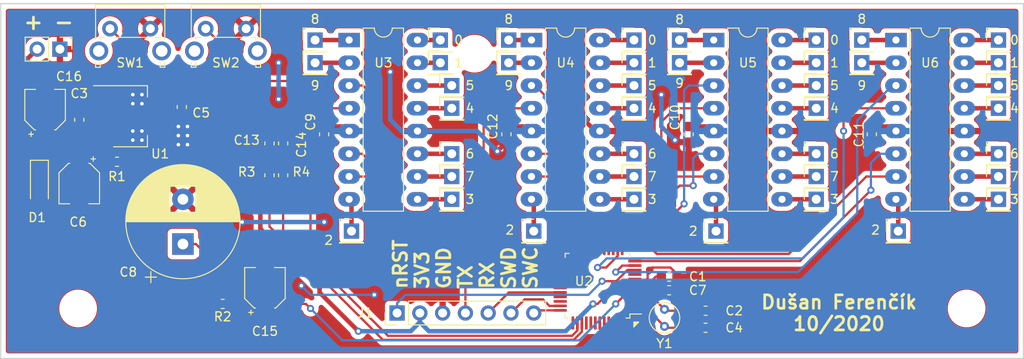
<source format=kicad_pcb>
(kicad_pcb (version 20171130) (host pcbnew 5.0.2-bee76a0~70~ubuntu18.04.1)
  (layers (0 F.Cu signal) (31 B.Cu signal) (34 B.Paste user hide) (35 F.Paste user hide) (36 B.SilkS user hide) (37 F.SilkS user) (38 B.Mask user hide) (39 F.Mask user) (44 Edge.Cuts user))
  (net 0 "")
  (net 1 GND)
  (net 2 +3V3)
  (net 3 "Net-(C2-Pad1)")
  (net 4 "Net-(C16-Pad1)")
  (net 5 "Net-(C4-Pad1)")
  (net 6 +5V)
  (net 7 "Net-(C13-Pad1)")
  (net 8 "Net-(C14-Pad1)")
  (net 9 NRST)
  (net 10 "Net-(J1-Pad4)")
  (net 11 "Net-(J1-Pad5)")
  (net 12 "Net-(J1-Pad6)")
  (net 13 "Net-(J10-Pad1)")
  (net 14 "Net-(J11-Pad1)")
  (net 15 "Net-(J12-Pad1)")
  (net 16 "Net-(J13-Pad1)")
  (net 17 "Net-(J14-Pad1)")
  (net 18 "Net-(J15-Pad1)")
  (net 19 "Net-(J16-Pad1)")
  (net 20 "Net-(J17-Pad1)")
  (net 21 "Net-(J18-Pad1)")
  (net 22 "Net-(J19-Pad1)")
  (net 23 "Net-(J20-Pad1)")
  (net 24 "Net-(J21-Pad1)")
  (net 25 "Net-(J22-Pad1)")
  (net 26 "Net-(J23-Pad1)")
  (net 27 "Net-(J24-Pad1)")
  (net 28 "Net-(J25-Pad1)")
  (net 29 "Net-(J26-Pad1)")
  (net 30 "Net-(J27-Pad1)")
  (net 31 "Net-(J28-Pad1)")
  (net 32 "Net-(J29-Pad1)")
  (net 33 "Net-(J30-Pad1)")
  (net 34 "Net-(J31-Pad1)")
  (net 35 "Net-(J32-Pad1)")
  (net 36 "Net-(J33-Pad1)")
  (net 37 "Net-(J34-Pad1)")
  (net 38 "Net-(J35-Pad1)")
  (net 39 "Net-(J36-Pad1)")
  (net 40 "Net-(J37-Pad1)")
  (net 41 "Net-(J38-Pad1)")
  (net 42 "Net-(J39-Pad1)")
  (net 43 "Net-(J40-Pad1)")
  (net 44 "Net-(J41-Pad1)")
  (net 45 "Net-(J42-Pad1)")
  (net 46 "Net-(J43-Pad1)")
  (net 47 "Net-(J44-Pad1)")
  (net 48 "Net-(J45-Pad1)")
  (net 49 "Net-(J46-Pad1)")
  (net 50 "Net-(J47-Pad1)")
  (net 51 "Net-(J48-Pad1)")
  (net 52 "Net-(J49-Pad1)")
  (net 53 Vbat)
  (net 54 BTN_A)
  (net 55 BTN_B)
  (net 56 "Net-(U2-Pad11)")
  (net 57 "Net-(U2-Pad12)")
  (net 58 "Net-(U2-Pad13)")
  (net 59 "Net-(U2-Pad14)")
  (net 60 "Net-(U2-Pad15)")
  (net 61 "Net-(U2-Pad16)")
  (net 62 "Net-(U2-Pad17)")
  (net 63 "Net-(U2-Pad18)")
  (net 64 "Net-(U2-Pad24)")
  (net 65 "Net-(U2-Pad25)")
  (net 66 "Net-(U2-Pad26)")
  (net 67 "Net-(U2-Pad27)")
  (net 68 "Net-(U2-Pad28)")
  (net 69 "Net-(U2-Pad30)")
  (net 70 "Net-(U2-Pad31)")
  (net 71 "Net-(C8-Pad1)")
  (net 72 "Net-(J1-Pad7)")
  (net 73 "Net-(U2-Pad48)")
  (net 74 "Net-(U2-Pad47)")
  (net 75 "Net-(U2-Pad46)")
  (net 76 "Net-(U2-Pad45)")
  (net 77 "Net-(U2-Pad44)")
  (net 78 "Net-(U2-Pad43)")
  (net 79 "Net-(U2-Pad42)")
  (net 80 "Net-(U2-Pad41)")
  (net 81 "Net-(U2-Pad40)")
  (net 82 "Net-(U2-Pad37)")
  (net 83 "Net-(U2-Pad34)")
  (net 84 "Net-(U2-Pad33)")
  (net 85 "Net-(U2-Pad23)")
  (net 86 "Net-(U2-Pad22)")
  (net 87 "Net-(U2-Pad21)")
  (net 88 "Net-(U2-Pad20)")
  (net 89 "Net-(U2-Pad19)")
  (net 90 "Net-(U2-Pad9)")
  (net 91 "Net-(U2-Pad8)")
  (net 92 "Net-(U2-Pad1)")
  (module Package_DIP:DIP-16_W7.62mm_LongPads (layer F.Cu) (at 120.65 66.04)
    (fp_text reference U5 (at 3.81 2.54) (layer F.SilkS))
    (fp_text value 74141)
    (pad 16 thru_hole oval (at 7.62 0) (size 2.4 1.6) (drill 0.8) (layers *.Cu *.Mask) (net 33 "Net-(J30-Pad1)"))
    (pad 8 thru_hole oval (at 0 17.78) (size 2.4 1.6) (drill 0.8) (layers *.Cu *.Mask) (net 35 "Net-(J32-Pad1)"))
    (pad 15 thru_hole oval (at 7.62 2.54) (size 2.4 1.6) (drill 0.8) (layers *.Cu *.Mask) (net 34 "Net-(J31-Pad1)"))
    (pad 7 thru_hole oval (at 0 15.24) (size 2.4 1.6) (drill 0.8) (layers *.Cu *.Mask) (net 62 "Net-(U2-Pad17)"))
    (pad 14 thru_hole oval (at 7.62 5.08) (size 2.4 1.6) (drill 0.8) (layers *.Cu *.Mask) (net 38 "Net-(J35-Pad1)"))
    (pad 6 thru_hole oval (at 0 12.7) (size 2.4 1.6) (drill 0.8) (layers *.Cu *.Mask) (net 61 "Net-(U2-Pad16)"))
    (pad 13 thru_hole oval (at 7.62 7.62) (size 2.4 1.6) (drill 0.8) (layers *.Cu *.Mask) (net 37 "Net-(J34-Pad1)"))
    (pad 5 thru_hole oval (at 0 10.16) (size 2.4 1.6) (drill 0.8) (layers *.Cu *.Mask) (net 6 +5V))
    (pad 12 thru_hole oval (at 7.62 10.16) (size 2.4 1.6) (drill 0.8) (layers *.Cu *.Mask) (net 1 GND))
    (pad 4 thru_hole oval (at 0 7.62) (size 2.4 1.6) (drill 0.8) (layers *.Cu *.Mask) (net 63 "Net-(U2-Pad18)"))
    (pad 11 thru_hole oval (at 7.62 12.7) (size 2.4 1.6) (drill 0.8) (layers *.Cu *.Mask) (net 39 "Net-(J36-Pad1)"))
    (pad 3 thru_hole oval (at 0 5.08) (size 2.4 1.6) (drill 0.8) (layers *.Cu *.Mask) (net 60 "Net-(U2-Pad15)"))
    (pad 10 thru_hole oval (at 7.62 15.24) (size 2.4 1.6) (drill 0.8) (layers *.Cu *.Mask) (net 40 "Net-(J37-Pad1)"))
    (pad 2 thru_hole oval (at 0 2.54) (size 2.4 1.6) (drill 0.8) (layers *.Cu *.Mask) (net 42 "Net-(J39-Pad1)"))
    (pad 9 thru_hole oval (at 7.62 17.78) (size 2.4 1.6) (drill 0.8) (layers *.Cu *.Mask) (net 36 "Net-(J33-Pad1)"))
    (pad 1 thru_hole rect (at 0 0) (size 2.4 1.6) (drill 0.8) (layers *.Cu *.Mask) (net 41 "Net-(J38-Pad1)"))
  )
  (module Package_DIP:DIP-16_W7.62mm_LongPads (layer F.Cu) (at 80 66.04)
    (fp_text reference U3 (at 3.82 2.54) (layer F.SilkS))
    (fp_text value 74141)
    (pad 16 thru_hole oval (at 7.62 0) (size 2.4 1.6) (drill 0.8) (layers *.Cu *.Mask) (net 13 "Net-(J10-Pad1)"))
    (pad 8 thru_hole oval (at 0 17.78) (size 2.4 1.6) (drill 0.8) (layers *.Cu *.Mask) (net 15 "Net-(J12-Pad1)"))
    (pad 15 thru_hole oval (at 7.62 2.54) (size 2.4 1.6) (drill 0.8) (layers *.Cu *.Mask) (net 14 "Net-(J11-Pad1)"))
    (pad 7 thru_hole oval (at 0 15.24) (size 2.4 1.6) (drill 0.8) (layers *.Cu *.Mask) (net 67 "Net-(U2-Pad27)"))
    (pad 14 thru_hole oval (at 7.62 5.08) (size 2.4 1.6) (drill 0.8) (layers *.Cu *.Mask) (net 18 "Net-(J15-Pad1)"))
    (pad 6 thru_hole oval (at 0 12.7) (size 2.4 1.6) (drill 0.8) (layers *.Cu *.Mask) (net 66 "Net-(U2-Pad26)"))
    (pad 13 thru_hole oval (at 7.62 7.62) (size 2.4 1.6) (drill 0.8) (layers *.Cu *.Mask) (net 17 "Net-(J14-Pad1)"))
    (pad 5 thru_hole oval (at 0 10.16) (size 2.4 1.6) (drill 0.8) (layers *.Cu *.Mask) (net 6 +5V))
    (pad 12 thru_hole oval (at 7.62 10.16) (size 2.4 1.6) (drill 0.8) (layers *.Cu *.Mask) (net 1 GND))
    (pad 4 thru_hole oval (at 0 7.62) (size 2.4 1.6) (drill 0.8) (layers *.Cu *.Mask) (net 68 "Net-(U2-Pad28)"))
    (pad 11 thru_hole oval (at 7.62 12.7) (size 2.4 1.6) (drill 0.8) (layers *.Cu *.Mask) (net 19 "Net-(J16-Pad1)"))
    (pad 3 thru_hole oval (at 0 5.08) (size 2.4 1.6) (drill 0.8) (layers *.Cu *.Mask) (net 65 "Net-(U2-Pad25)"))
    (pad 10 thru_hole oval (at 7.62 15.24) (size 2.4 1.6) (drill 0.8) (layers *.Cu *.Mask) (net 20 "Net-(J17-Pad1)"))
    (pad 2 thru_hole oval (at 0 2.54) (size 2.4 1.6) (drill 0.8) (layers *.Cu *.Mask) (net 22 "Net-(J19-Pad1)"))
    (pad 9 thru_hole oval (at 7.62 17.78) (size 2.4 1.6) (drill 0.8) (layers *.Cu *.Mask) (net 16 "Net-(J13-Pad1)"))
    (pad 1 thru_hole rect (at 0 0) (size 2.4 1.6) (drill 0.8) (layers *.Cu *.Mask) (net 21 "Net-(J18-Pad1)"))
  )
  (module Crystal:Crystal_C38-LF_D3.0mm_L8.0mm_Vertical (layer F.Cu) (at 115.161 96.111 270)
    (fp_text reference Y1 (at 3.81 0) (layer F.SilkS))
    (fp_text value 32768)
    (pad 1 thru_hole circle (at 0 0 270) (size 1 1) (drill 0.5) (layers *.Cu *.Mask) (net 3 "Net-(C2-Pad1)"))
    (pad 2 thru_hole circle (at 1.9 0 270) (size 1 1) (drill 0.5) (layers *.Cu *.Mask) (net 5 "Net-(C4-Pad1)"))
  )
  (module Capacitor_SMD:C_0603_1608Metric_Pad1.05x0.95mm_HandSolder (layer F.Cu) (at 115.683 92.456)
    (fp_text reference C1 (at 3.189 0) (layer F.SilkS))
    (fp_text value 100n)
    (pad 2 smd roundrect (at 0.875 0) (size 1.05 0.95) (layers F.Cu F.Paste F.Mask) (net 1 GND))
    (pad 1 smd roundrect (at -0.875 0) (size 1.05 0.95) (layers F.Cu F.Paste F.Mask) (net 2 +3V3))
  )
  (module Capacitor_SMD:C_0603_1608Metric_Pad1.05x0.95mm_HandSolder (layer F.Cu) (at 119.747 96.266)
    (fp_text reference C2 (at 3.189 0) (layer F.SilkS))
    (fp_text value 10p)
    (pad 1 smd roundrect (at -0.875 0) (size 1.05 0.95) (layers F.Cu F.Paste F.Mask) (net 3 "Net-(C2-Pad1)"))
    (pad 2 smd roundrect (at 0.875 0) (size 1.05 0.95) (layers F.Cu F.Paste F.Mask) (net 1 GND))
  )
  (module Capacitor_SMD:C_0603_1608Metric_Pad1.05x0.95mm_HandSolder (layer F.Cu) (at 49.911 74.944 90)
    (fp_text reference C3 (at 2.935 0 180) (layer F.SilkS))
    (fp_text value 100n)
    (pad 1 smd roundrect (at -0.875 0 90) (size 1.05 0.95) (layers F.Cu F.Paste F.Mask) (net 4 "Net-(C16-Pad1)"))
    (pad 2 smd roundrect (at 0.875 0 90) (size 1.05 0.95) (layers F.Cu F.Paste F.Mask) (net 1 GND))
  )
  (module Capacitor_SMD:C_0603_1608Metric_Pad1.05x0.95mm_HandSolder (layer F.Cu) (at 119.742 98.166)
    (fp_text reference C4 (at 3.189 0) (layer F.SilkS))
    (fp_text value 10p)
    (pad 2 smd roundrect (at 0.875 0) (size 1.05 0.95) (layers F.Cu F.Paste F.Mask) (net 1 GND))
    (pad 1 smd roundrect (at -0.875 0) (size 1.05 0.95) (layers F.Cu F.Paste F.Mask) (net 5 "Net-(C4-Pad1)"))
  )
  (module Capacitor_SMD:C_0603_1608Metric_Pad1.05x0.95mm_HandSolder (layer F.Cu) (at 61.341 73.519 90)
    (fp_text reference C5 (at -0.649 2.159 180) (layer F.SilkS))
    (fp_text value 100n)
    (pad 2 smd roundrect (at 0.875 0 90) (size 1.05 0.95) (layers F.Cu F.Paste F.Mask) (net 1 GND))
    (pad 1 smd roundrect (at -0.875 0 90) (size 1.05 0.95) (layers F.Cu F.Paste F.Mask) (net 6 +5V))
  )
  (module Capacitor_SMD:CP_Elec_4x5.3 (layer F.Cu) (at 49.911 82.064 270)
    (fp_text reference C6 (at 4.296 0.127) (layer F.SilkS))
    (fp_text value 22u)
    (pad 1 smd roundrect (at -1.8 0 270) (size 2.6 1.6) (layers F.Cu F.Paste F.Mask) (roundrect_rratio 0.15625) (net 2 +3V3))
    (pad 2 smd roundrect (at 1.8 0 270) (size 2.6 1.6) (layers F.Cu F.Paste F.Mask) (roundrect_rratio 0.15625) (net 1 GND))
  )
  (module Capacitor_SMD:C_0603_1608Metric_Pad1.05x0.95mm_HandSolder (layer F.Cu) (at 115.683 93.98)
    (fp_text reference C7 (at 3.189 0) (layer F.SilkS))
    (fp_text value 100n)
    (pad 1 smd roundrect (at -0.875 0) (size 1.05 0.95) (layers F.Cu F.Paste F.Mask) (net 53 Vbat))
    (pad 2 smd roundrect (at 0.875 0) (size 1.05 0.95) (layers F.Cu F.Paste F.Mask) (net 1 GND))
  )
  (module Capacitor_THT:CP_Radial_D12.5mm_P5.00mm (layer F.Cu) (at 61.468 88.82 90)
    (fp_text reference C8 (at -3.128 -6.096 180) (layer F.SilkS))
    (fp_text value Supercap)
    (pad 1 thru_hole rect (at 0 0 90) (size 2.4 2.4) (drill 1.2) (layers *.Cu *.Mask) (net 71 "Net-(C8-Pad1)"))
    (pad 2 thru_hole circle (at 5 0 90) (size 2.4 2.4) (drill 1.2) (layers *.Cu *.Mask) (net 1 GND))
  )
  (module Capacitor_SMD:C_0603_1608Metric_Pad1.05x0.95mm_HandSolder (layer F.Cu) (at 77.216 76.567 90)
    (fp_text reference C9 (at 1.383 -1.524 270) (layer F.SilkS))
    (fp_text value 100n)
    (pad 1 smd roundrect (at -0.875 0 90) (size 1.05 0.95) (layers F.Cu F.Paste F.Mask) (net 1 GND))
    (pad 2 smd roundrect (at 0.875 0 90) (size 1.05 0.95) (layers F.Cu F.Paste F.Mask) (net 6 +5V))
  )
  (module Capacitor_SMD:C_0603_1608Metric_Pad1.05x0.95mm_HandSolder (layer F.Cu) (at 117.856 76.567 90)
    (fp_text reference C10 (at 1.891 -1.524 90) (layer F.SilkS))
    (fp_text value 100n)
    (pad 2 smd roundrect (at 0.875 0 90) (size 1.05 0.95) (layers F.Cu F.Paste F.Mask) (net 6 +5V))
    (pad 1 smd roundrect (at -0.875 0 90) (size 1.05 0.95) (layers F.Cu F.Paste F.Mask) (net 1 GND))
  )
  (module Capacitor_SMD:C_0603_1608Metric_Pad1.05x0.95mm_HandSolder (layer F.Cu) (at 138.275 76.567 90)
    (fp_text reference C11 (at 0 -1.43 90) (layer F.SilkS))
    (fp_text value 100n)
    (pad 2 smd roundrect (at 0.875 0 90) (size 1.05 0.95) (layers F.Cu F.Paste F.Mask) (net 6 +5V))
    (pad 1 smd roundrect (at -0.875 0 90) (size 1.05 0.95) (layers F.Cu F.Paste F.Mask) (net 1 GND))
  )
  (module Capacitor_SMD:C_0603_1608Metric_Pad1.05x0.95mm_HandSolder (layer F.Cu) (at 97.536 76.567 90)
    (fp_text reference C12 (at 0.875 -1.524 90) (layer F.SilkS))
    (fp_text value 100n)
    (pad 1 smd roundrect (at -0.875 0 90) (size 1.05 0.95) (layers F.Cu F.Paste F.Mask) (net 1 GND))
    (pad 2 smd roundrect (at 0.875 0 90) (size 1.05 0.95) (layers F.Cu F.Paste F.Mask) (net 6 +5V))
  )
  (module Capacitor_SMD:C_0603_1608Metric_Pad1.05x0.95mm_HandSolder (layer F.Cu) (at 71.12 77.583 90)
    (fp_text reference C13 (at 0.367 -2.54 180) (layer F.SilkS))
    (fp_text value 100n)
    (pad 1 smd roundrect (at -0.875 0 90) (size 1.05 0.95) (layers F.Cu F.Paste F.Mask) (net 7 "Net-(C13-Pad1)"))
    (pad 2 smd roundrect (at 0.875 0 90) (size 1.05 0.95) (layers F.Cu F.Paste F.Mask) (net 1 GND))
  )
  (module Capacitor_SMD:C_0603_1608Metric_Pad1.05x0.95mm_HandSolder (layer F.Cu) (at 72.644 77.583 90)
    (fp_text reference C14 (at -0.141 2.032 90) (layer F.SilkS))
    (fp_text value 100n)
    (pad 2 smd roundrect (at 0.875 0 90) (size 1.05 0.95) (layers F.Cu F.Paste F.Mask) (net 1 GND))
    (pad 1 smd roundrect (at -0.875 0 90) (size 1.05 0.95) (layers F.Cu F.Paste F.Mask) (net 8 "Net-(C14-Pad1)"))
  )
  (module Capacitor_SMD:CP_Elec_4x5.3 (layer F.Cu) (at 70.612 93.704 90)
    (fp_text reference C15 (at -4.848 0 180) (layer F.SilkS))
    (fp_text value 22u)
    (pad 2 smd roundrect (at 1.8 0 90) (size 2.6 1.6) (layers F.Cu F.Paste F.Mask) (roundrect_rratio 0.15625) (net 1 GND))
    (pad 1 smd roundrect (at -1.8 0 90) (size 2.6 1.6) (layers F.Cu F.Paste F.Mask) (roundrect_rratio 0.15625) (net 53 Vbat))
  )
  (module Capacitor_SMD:CP_Elec_4x5.3 (layer F.Cu) (at 46.101 73.809 90)
    (fp_text reference C16 (at 3.705 2.667 180) (layer F.SilkS))
    (fp_text value 22u)
    (pad 1 smd roundrect (at -1.8 0 90) (size 2.6 1.6) (layers F.Cu F.Paste F.Mask) (roundrect_rratio 0.15625) (net 4 "Net-(C16-Pad1)"))
    (pad 2 smd roundrect (at 1.8 0 90) (size 2.6 1.6) (layers F.Cu F.Paste F.Mask) (roundrect_rratio 0.15625) (net 1 GND))
  )
  (module Diode_SMD:D_MiniMELF (layer F.Cu) (at 45.466 82.014 270)
    (fp_text reference D1 (at 3.838 0.254 180) (layer F.SilkS))
    (fp_text value 3V)
    (pad 1 smd rect (at -1.75 0 270) (size 1.3 1.7) (layers F.Cu F.Paste F.Mask) (net 2 +3V3))
    (pad 2 smd rect (at 1.75 0 270) (size 1.3 1.7) (layers F.Cu F.Paste F.Mask) (net 1 GND))
  )
  (module Connector_PinHeader_2.54mm:PinHeader_1x02_P2.54mm_Vertical (layer F.Cu) (at 47.752 67.056 270)
    (fp_text reference J2 hide)
    (fp_text value POWER)
    (pad 1 thru_hole rect (at 0 0 270) (size 1.7 1.7) (drill 1) (layers *.Cu *.Mask) (net 1 GND))
    (pad 2 thru_hole oval (at 0 2.54 270) (size 1.7 1.7) (drill 1) (layers *.Cu *.Mask) (net 4 "Net-(C16-Pad1)"))
  )
  (module Connector_PinHeader_2.54mm:PinHeader_1x01_P2.54mm_Vertical (layer F.Cu) (at 90.17 66.04)
    (fp_text reference 0 (at 2.032 0) (layer F.SilkS))
    (fp_text value K0)
    (pad 1 thru_hole rect (at 0 0) (size 1.7 1.7) (drill 1) (layers *.Cu *.Mask) (net 13 "Net-(J10-Pad1)"))
  )
  (module Connector_PinHeader_2.54mm:PinHeader_1x01_P2.54mm_Vertical (layer F.Cu) (at 90.17 68.58)
    (fp_text reference 1 (at 2.032 0) (layer F.SilkS))
    (fp_text value K1)
    (pad 1 thru_hole rect (at 0 0) (size 1.7 1.7) (drill 1) (layers *.Cu *.Mask) (net 14 "Net-(J11-Pad1)"))
  )
  (module Connector_PinHeader_2.54mm:PinHeader_1x01_P2.54mm_Vertical (layer F.Cu) (at 80.264 87.376)
    (fp_text reference 2 (at -2.54 1.016) (layer F.SilkS))
    (fp_text value K2)
    (pad 1 thru_hole rect (at 0 0) (size 1.7 1.7) (drill 1) (layers *.Cu *.Mask) (net 15 "Net-(J12-Pad1)"))
  )
  (module Connector_PinHeader_2.54mm:PinHeader_1x01_P2.54mm_Vertical (layer F.Cu) (at 91.44 83.82)
    (fp_text reference 3 (at 2.032 0) (layer F.SilkS))
    (fp_text value K3)
    (pad 1 thru_hole rect (at 0 0) (size 1.7 1.7) (drill 1) (layers *.Cu *.Mask) (net 16 "Net-(J13-Pad1)"))
  )
  (module Connector_PinHeader_2.54mm:PinHeader_1x01_P2.54mm_Vertical (layer F.Cu) (at 91.44 73.66)
    (fp_text reference 4 (at 2.032 0) (layer F.SilkS))
    (fp_text value K4)
    (pad 1 thru_hole rect (at 0 0) (size 1.7 1.7) (drill 1) (layers *.Cu *.Mask) (net 17 "Net-(J14-Pad1)"))
  )
  (module Connector_PinHeader_2.54mm:PinHeader_1x01_P2.54mm_Vertical (layer F.Cu) (at 91.44 71.12)
    (fp_text reference 5 (at 2.032 0) (layer F.SilkS))
    (fp_text value K5)
    (pad 1 thru_hole rect (at 0 0) (size 1.7 1.7) (drill 1) (layers *.Cu *.Mask) (net 18 "Net-(J15-Pad1)"))
  )
  (module Connector_PinHeader_2.54mm:PinHeader_1x01_P2.54mm_Vertical (layer F.Cu) (at 91.44 78.74)
    (fp_text reference 6 (at 2.032 0) (layer F.SilkS))
    (fp_text value K6)
    (pad 1 thru_hole rect (at 0 0) (size 1.7 1.7) (drill 1) (layers *.Cu *.Mask) (net 19 "Net-(J16-Pad1)"))
  )
  (module Connector_PinHeader_2.54mm:PinHeader_1x01_P2.54mm_Vertical (layer F.Cu) (at 91.44 81.28)
    (fp_text reference 7 (at 2.032 0) (layer F.SilkS))
    (fp_text value K7)
    (pad 1 thru_hole rect (at 0 0) (size 1.7 1.7) (drill 1) (layers *.Cu *.Mask) (net 20 "Net-(J17-Pad1)"))
  )
  (module Connector_PinHeader_2.54mm:PinHeader_1x01_P2.54mm_Vertical (layer F.Cu) (at 76.2 66.04)
    (fp_text reference 8 (at 0 -2.33) (layer F.SilkS))
    (fp_text value K8)
    (pad 1 thru_hole rect (at 0 0) (size 1.7 1.7) (drill 1) (layers *.Cu *.Mask) (net 21 "Net-(J18-Pad1)"))
  )
  (module Connector_PinHeader_2.54mm:PinHeader_1x01_P2.54mm_Vertical (layer F.Cu) (at 76.2 68.58)
    (fp_text reference 9 (at 0 2.54) (layer F.SilkS))
    (fp_text value K9)
    (pad 1 thru_hole rect (at 0 0) (size 1.7 1.7) (drill 1) (layers *.Cu *.Mask) (net 22 "Net-(J19-Pad1)"))
  )
  (module Connector_PinHeader_2.54mm:PinHeader_1x01_P2.54mm_Vertical (layer F.Cu) (at 111.76 66.04)
    (fp_text reference 0 (at 2.032 0) (layer F.SilkS))
    (fp_text value K0)
    (pad 1 thru_hole rect (at 0 0) (size 1.7 1.7) (drill 1) (layers *.Cu *.Mask) (net 23 "Net-(J20-Pad1)"))
  )
  (module Connector_PinHeader_2.54mm:PinHeader_1x01_P2.54mm_Vertical (layer F.Cu) (at 111.76 68.58)
    (fp_text reference 1 (at 2.032 0) (layer F.SilkS))
    (fp_text value K1)
    (pad 1 thru_hole rect (at 0 0) (size 1.7 1.7) (drill 1) (layers *.Cu *.Mask) (net 24 "Net-(J21-Pad1)"))
  )
  (module Connector_PinHeader_2.54mm:PinHeader_1x01_P2.54mm_Vertical (layer F.Cu) (at 100.584 87.376)
    (fp_text reference 2 (at -2.667 -0.127) (layer F.SilkS))
    (fp_text value K2)
    (pad 1 thru_hole rect (at 0 0) (size 1.7 1.7) (drill 1) (layers *.Cu *.Mask) (net 25 "Net-(J22-Pad1)"))
  )
  (module Connector_PinHeader_2.54mm:PinHeader_1x01_P2.54mm_Vertical (layer F.Cu) (at 111.76 83.82)
    (fp_text reference 3 (at 2.032 0) (layer F.SilkS))
    (fp_text value K3)
    (pad 1 thru_hole rect (at 0 0) (size 1.7 1.7) (drill 1) (layers *.Cu *.Mask) (net 26 "Net-(J23-Pad1)"))
  )
  (module Connector_PinHeader_2.54mm:PinHeader_1x01_P2.54mm_Vertical (layer F.Cu) (at 111.76 73.66)
    (fp_text reference 4 (at 2.032 0) (layer F.SilkS))
    (fp_text value K4)
    (pad 1 thru_hole rect (at 0 0) (size 1.7 1.7) (drill 1) (layers *.Cu *.Mask) (net 27 "Net-(J24-Pad1)"))
  )
  (module Connector_PinHeader_2.54mm:PinHeader_1x01_P2.54mm_Vertical (layer F.Cu) (at 111.76 71.12)
    (fp_text reference 5 (at 2.032 0) (layer F.SilkS))
    (fp_text value K5)
    (pad 1 thru_hole rect (at 0 0) (size 1.7 1.7) (drill 1) (layers *.Cu *.Mask) (net 28 "Net-(J25-Pad1)"))
  )
  (module Connector_PinHeader_2.54mm:PinHeader_1x01_P2.54mm_Vertical (layer F.Cu) (at 111.76 78.74)
    (fp_text reference 6 (at 2.032 0) (layer F.SilkS))
    (fp_text value K6)
    (pad 1 thru_hole rect (at 0 0) (size 1.7 1.7) (drill 1) (layers *.Cu *.Mask) (net 29 "Net-(J26-Pad1)"))
  )
  (module Connector_PinHeader_2.54mm:PinHeader_1x01_P2.54mm_Vertical (layer F.Cu) (at 111.76 81.28)
    (fp_text reference 7 (at 2.032 0) (layer F.SilkS))
    (fp_text value K7)
    (pad 1 thru_hole rect (at 0 0) (size 1.7 1.7) (drill 1) (layers *.Cu *.Mask) (net 30 "Net-(J27-Pad1)"))
  )
  (module Connector_PinHeader_2.54mm:PinHeader_1x01_P2.54mm_Vertical (layer F.Cu) (at 97.79 66.04)
    (fp_text reference 8 (at 0 -2.33) (layer F.SilkS))
    (fp_text value K8)
    (pad 1 thru_hole rect (at 0 0) (size 1.7 1.7) (drill 1) (layers *.Cu *.Mask) (net 31 "Net-(J28-Pad1)"))
  )
  (module Connector_PinHeader_2.54mm:PinHeader_1x01_P2.54mm_Vertical (layer F.Cu) (at 97.79 68.58)
    (fp_text reference 9 (at 0 2.54) (layer F.SilkS))
    (fp_text value K9)
    (pad 1 thru_hole rect (at 0 0) (size 1.7 1.7) (drill 1) (layers *.Cu *.Mask) (net 32 "Net-(J29-Pad1)"))
  )
  (module Connector_PinHeader_2.54mm:PinHeader_1x01_P2.54mm_Vertical (layer F.Cu) (at 132.08 66.04)
    (fp_text reference 0 (at 2.032 0) (layer F.SilkS))
    (fp_text value K0)
    (pad 1 thru_hole rect (at 0 0) (size 1.7 1.7) (drill 1) (layers *.Cu *.Mask) (net 33 "Net-(J30-Pad1)"))
  )
  (module Connector_PinHeader_2.54mm:PinHeader_1x01_P2.54mm_Vertical (layer F.Cu) (at 132.08 68.58)
    (fp_text reference 1 (at 2.032 0) (layer F.SilkS))
    (fp_text value K1)
    (pad 1 thru_hole rect (at 0 0) (size 1.7 1.7) (drill 1) (layers *.Cu *.Mask) (net 34 "Net-(J31-Pad1)"))
  )
  (module Connector_PinHeader_2.54mm:PinHeader_1x01_P2.54mm_Vertical (layer F.Cu) (at 120.904 87.376)
    (fp_text reference 2 (at -2.54 0) (layer F.SilkS))
    (fp_text value K2)
    (pad 1 thru_hole rect (at 0 0) (size 1.7 1.7) (drill 1) (layers *.Cu *.Mask) (net 35 "Net-(J32-Pad1)"))
  )
  (module Connector_PinHeader_2.54mm:PinHeader_1x01_P2.54mm_Vertical (layer F.Cu) (at 132.08 83.82)
    (fp_text reference 3 (at 2.032 0) (layer F.SilkS))
    (fp_text value K3)
    (pad 1 thru_hole rect (at 0 0) (size 1.7 1.7) (drill 1) (layers *.Cu *.Mask) (net 36 "Net-(J33-Pad1)"))
  )
  (module Connector_PinHeader_2.54mm:PinHeader_1x01_P2.54mm_Vertical (layer F.Cu) (at 132.08 73.66)
    (fp_text reference 4 (at 2.032 0) (layer F.SilkS))
    (fp_text value K4)
    (pad 1 thru_hole rect (at 0 0) (size 1.7 1.7) (drill 1) (layers *.Cu *.Mask) (net 37 "Net-(J34-Pad1)"))
  )
  (module Connector_PinHeader_2.54mm:PinHeader_1x01_P2.54mm_Vertical (layer F.Cu) (at 132.08 71.12)
    (fp_text reference 5 (at 2.032 0) (layer F.SilkS))
    (fp_text value K5)
    (pad 1 thru_hole rect (at 0 0) (size 1.7 1.7) (drill 1) (layers *.Cu *.Mask) (net 38 "Net-(J35-Pad1)"))
  )
  (module Connector_PinHeader_2.54mm:PinHeader_1x01_P2.54mm_Vertical (layer F.Cu) (at 132.08 78.74)
    (fp_text reference 6 (at 2.032 0) (layer F.SilkS))
    (fp_text value K6)
    (pad 1 thru_hole rect (at 0 0) (size 1.7 1.7) (drill 1) (layers *.Cu *.Mask) (net 39 "Net-(J36-Pad1)"))
  )
  (module Connector_PinHeader_2.54mm:PinHeader_1x01_P2.54mm_Vertical (layer F.Cu) (at 132.08 81.28)
    (fp_text reference 7 (at 2.032 0) (layer F.SilkS))
    (fp_text value K7)
    (pad 1 thru_hole rect (at 0 0) (size 1.7 1.7) (drill 1) (layers *.Cu *.Mask) (net 40 "Net-(J37-Pad1)"))
  )
  (module Connector_PinHeader_2.54mm:PinHeader_1x01_P2.54mm_Vertical (layer F.Cu) (at 116.84 66.04)
    (fp_text reference 8 (at 0 -2.286 180) (layer F.SilkS))
    (fp_text value K8)
    (pad 1 thru_hole rect (at 0 0) (size 1.7 1.7) (drill 1) (layers *.Cu *.Mask) (net 41 "Net-(J38-Pad1)"))
  )
  (module Connector_PinHeader_2.54mm:PinHeader_1x01_P2.54mm_Vertical (layer F.Cu) (at 116.84 68.58)
    (fp_text reference 9 (at 0 2.286) (layer F.SilkS))
    (fp_text value K9)
    (pad 1 thru_hole rect (at 0 0) (size 1.7 1.7) (drill 1) (layers *.Cu *.Mask) (net 42 "Net-(J39-Pad1)"))
  )
  (module Connector_PinHeader_2.54mm:PinHeader_1x01_P2.54mm_Vertical (layer F.Cu) (at 152.4 66.04)
    (fp_text reference 0 (at 1.778 0) (layer F.SilkS))
    (fp_text value K0)
    (pad 1 thru_hole rect (at 0 0) (size 1.7 1.7) (drill 1) (layers *.Cu *.Mask) (net 43 "Net-(J40-Pad1)"))
  )
  (module Connector_PinHeader_2.54mm:PinHeader_1x01_P2.54mm_Vertical (layer F.Cu) (at 152.4 68.58)
    (fp_text reference 1 (at 1.778 0) (layer F.SilkS))
    (fp_text value K1)
    (pad 1 thru_hole rect (at 0 0) (size 1.7 1.7) (drill 1) (layers *.Cu *.Mask) (net 44 "Net-(J41-Pad1)"))
  )
  (module Connector_PinHeader_2.54mm:PinHeader_1x01_P2.54mm_Vertical (layer F.Cu) (at 141.224 87.376)
    (fp_text reference 2 (at -2.54 -0.127) (layer F.SilkS))
    (fp_text value K2)
    (pad 1 thru_hole rect (at 0 0) (size 1.7 1.7) (drill 1) (layers *.Cu *.Mask) (net 45 "Net-(J42-Pad1)"))
  )
  (module Connector_PinHeader_2.54mm:PinHeader_1x01_P2.54mm_Vertical (layer F.Cu) (at 152.4 83.82)
    (fp_text reference 3 (at 1.778 0) (layer F.SilkS))
    (fp_text value K3)
    (pad 1 thru_hole rect (at 0 0) (size 1.7 1.7) (drill 1) (layers *.Cu *.Mask) (net 46 "Net-(J43-Pad1)"))
  )
  (module Connector_PinHeader_2.54mm:PinHeader_1x01_P2.54mm_Vertical (layer F.Cu) (at 152.4 73.66)
    (fp_text reference 4 (at 1.778 0) (layer F.SilkS))
    (fp_text value K4)
    (pad 1 thru_hole rect (at 0 0) (size 1.7 1.7) (drill 1) (layers *.Cu *.Mask) (net 47 "Net-(J44-Pad1)"))
  )
  (module Connector_PinHeader_2.54mm:PinHeader_1x01_P2.54mm_Vertical (layer F.Cu) (at 152.4 71.12)
    (fp_text reference 5 (at 1.778 0) (layer F.SilkS))
    (fp_text value K5)
    (pad 1 thru_hole rect (at 0 0) (size 1.7 1.7) (drill 1) (layers *.Cu *.Mask) (net 48 "Net-(J45-Pad1)"))
  )
  (module Connector_PinHeader_2.54mm:PinHeader_1x01_P2.54mm_Vertical (layer F.Cu) (at 152.4 78.74)
    (fp_text reference 6 (at 1.778 0) (layer F.SilkS))
    (fp_text value K6)
    (pad 1 thru_hole rect (at 0 0) (size 1.7 1.7) (drill 1) (layers *.Cu *.Mask) (net 49 "Net-(J46-Pad1)"))
  )
  (module Connector_PinHeader_2.54mm:PinHeader_1x01_P2.54mm_Vertical (layer F.Cu) (at 152.4 81.28)
    (fp_text reference 7 (at 1.778 0) (layer F.SilkS))
    (fp_text value K7)
    (pad 1 thru_hole rect (at 0 0) (size 1.7 1.7) (drill 1) (layers *.Cu *.Mask) (net 50 "Net-(J47-Pad1)"))
  )
  (module Connector_PinHeader_2.54mm:PinHeader_1x01_P2.54mm_Vertical (layer F.Cu) (at 137.16 66.04)
    (fp_text reference 8 (at 0 -2.33) (layer F.SilkS))
    (fp_text value K8)
    (pad 1 thru_hole rect (at 0 0) (size 1.7 1.7) (drill 1) (layers *.Cu *.Mask) (net 51 "Net-(J48-Pad1)"))
  )
  (module Connector_PinHeader_2.54mm:PinHeader_1x01_P2.54mm_Vertical (layer F.Cu) (at 137.16 68.58)
    (fp_text reference 9 (at 0 2.54) (layer F.SilkS))
    (fp_text value K9)
    (pad 1 thru_hole rect (at 0 0) (size 1.7 1.7) (drill 1) (layers *.Cu *.Mask) (net 52 "Net-(J49-Pad1)"))
  )
  (module Resistor_SMD:R_0603_1608Metric_Pad1.05x0.95mm_HandSolder (layer F.Cu) (at 54.116 79.629 180)
    (fp_text reference R1 (at 0 -1.651 180) (layer F.SilkS))
    (fp_text value 47)
    (pad 2 smd roundrect (at 0.875 0 180) (size 1.05 0.95) (layers F.Cu F.Paste F.Mask) (net 2 +3V3))
    (pad 1 smd roundrect (at -0.875 0 180) (size 1.05 0.95) (layers F.Cu F.Paste F.Mask) (net 6 +5V))
  )
  (module Resistor_SMD:R_0603_1608Metric_Pad1.05x0.95mm_HandSolder (layer F.Cu) (at 65.899 95.504 180)
    (fp_text reference R2 (at 0 -1.43 180) (layer F.SilkS))
    (fp_text value 47)
    (pad 1 smd roundrect (at -0.875 0 180) (size 1.05 0.95) (layers F.Cu F.Paste F.Mask) (net 53 Vbat))
    (pad 2 smd roundrect (at 0.875 0 180) (size 1.05 0.95) (layers F.Cu F.Paste F.Mask) (net 71 "Net-(C8-Pad1)"))
  )
  (module Resistor_SMD:R_0603_1608Metric_Pad1.05x0.95mm_HandSolder (layer F.Cu) (at 71.12 81.139 90)
    (fp_text reference R3 (at 0.367 -2.54 180) (layer F.SilkS))
    (fp_text value 1k)
    (pad 2 smd roundrect (at 0.875 0 90) (size 1.05 0.95) (layers F.Cu F.Paste F.Mask) (net 7 "Net-(C13-Pad1)"))
    (pad 1 smd roundrect (at -0.875 0 90) (size 1.05 0.95) (layers F.Cu F.Paste F.Mask) (net 54 BTN_A))
  )
  (module Resistor_SMD:R_0603_1608Metric_Pad1.05x0.95mm_HandSolder (layer F.Cu) (at 72.644 81.139 90)
    (fp_text reference R4 (at 0.367 2.032 180) (layer F.SilkS))
    (fp_text value 1k)
    (pad 1 smd roundrect (at -0.875 0 90) (size 1.05 0.95) (layers F.Cu F.Paste F.Mask) (net 55 BTN_B))
    (pad 2 smd roundrect (at 0.875 0 90) (size 1.05 0.95) (layers F.Cu F.Paste F.Mask) (net 8 "Net-(C14-Pad1)"))
  )
  (module Button_Switch_THT:SW_Tactile_SPST_Angled_PTS645Vx31-2LFS (layer F.Cu) (at 53.34 64.77)
    (fp_text reference SW1 (at 2.25 3.81) (layer F.SilkS))
    (fp_text value SW_A)
    (pad "" thru_hole circle (at 5.76 2.49) (size 2.1 2.1) (drill 1.3) (layers *.Cu *.Mask))
    (pad 2 thru_hole circle (at 4.5 0) (size 1.75 1.75) (drill 0.99) (layers *.Cu *.Mask) (net 1 GND))
    (pad 1 thru_hole circle (at 0 0) (size 1.75 1.75) (drill 0.99) (layers *.Cu *.Mask) (net 54 BTN_A))
    (pad "" thru_hole circle (at -1.25 2.49) (size 2.1 2.1) (drill 1.3) (layers *.Cu *.Mask))
  )
  (module Button_Switch_THT:SW_Tactile_SPST_Angled_PTS645Vx31-2LFS (layer F.Cu) (at 64.008 64.77)
    (fp_text reference SW2 (at 2.25 3.81) (layer F.SilkS))
    (fp_text value SW_B)
    (pad "" thru_hole circle (at -1.25 2.49) (size 2.1 2.1) (drill 1.3) (layers *.Cu *.Mask))
    (pad 1 thru_hole circle (at 0 0) (size 1.75 1.75) (drill 0.99) (layers *.Cu *.Mask) (net 55 BTN_B))
    (pad 2 thru_hole circle (at 4.5 0) (size 1.75 1.75) (drill 0.99) (layers *.Cu *.Mask) (net 1 GND))
    (pad "" thru_hole circle (at 5.76 2.49) (size 2.1 2.1) (drill 1.3) (layers *.Cu *.Mask))
  )
  (module Package_TO_SOT_SMD:SOT-223-3_TabPin2 (layer F.Cu) (at 55.601 74.549)
    (fp_text reference U1 (at 3.327 4.191) (layer F.SilkS))
    (fp_text value AP1117-50)
    (pad 2 smd rect (at 3.15 0) (size 2 3.8) (layers F.Cu F.Paste F.Mask) (net 6 +5V))
    (pad 2 smd rect (at -3.15 0) (size 2 1.5) (layers F.Cu F.Paste F.Mask) (net 6 +5V))
    (pad 3 smd rect (at -3.15 2.3) (size 2 1.5) (layers F.Cu F.Paste F.Mask) (net 4 "Net-(C16-Pad1)"))
    (pad 1 smd rect (at -3.15 -2.3) (size 2 1.5) (layers F.Cu F.Paste F.Mask) (net 1 GND))
  )
  (module Package_QFP:LQFP-48_7x7mm_P0.5mm (layer F.Cu) (at 107.696 93.472 180)
    (fp_text reference U2 (at 1.524 0.508 180) (layer F.SilkS))
    (fp_text value STM32G070CB)
    (pad 1 smd roundrect (at -4.1625 -2.75 180) (size 1.475 0.3) (layers F.Cu F.Paste F.Mask) (net 92 "Net-(U2-Pad1)"))
    (pad 2 smd roundrect (at -4.1625 -2.25 180) (size 1.475 0.3) (layers F.Cu F.Paste F.Mask) (net 5 "Net-(C4-Pad1)"))
    (pad 3 smd roundrect (at -4.1625 -1.75 180) (size 1.475 0.3) (layers F.Cu F.Paste F.Mask) (net 3 "Net-(C2-Pad1)"))
    (pad 4 smd roundrect (at -4.1625 -1.25 180) (size 1.475 0.3) (layers F.Cu F.Paste F.Mask) (net 53 Vbat))
    (pad 5 smd roundrect (at -4.1625 -0.75 180) (size 1.475 0.3) (layers F.Cu F.Paste F.Mask) (net 2 +3V3))
    (pad 6 smd roundrect (at -4.1625 -0.25 180) (size 1.475 0.3) (layers F.Cu F.Paste F.Mask) (net 2 +3V3))
    (pad 7 smd roundrect (at -4.1625 0.25 180) (size 1.475 0.3) (layers F.Cu F.Paste F.Mask) (net 1 GND))
    (pad 8 smd roundrect (at -4.1625 0.75 180) (size 1.475 0.3) (layers F.Cu F.Paste F.Mask) (net 91 "Net-(U2-Pad8)"))
    (pad 9 smd roundrect (at -4.1625 1.25 180) (size 1.475 0.3) (layers F.Cu F.Paste F.Mask) (net 90 "Net-(U2-Pad9)"))
    (pad 10 smd roundrect (at -4.1625 1.75 180) (size 1.475 0.3) (layers F.Cu F.Paste F.Mask) (net 9 NRST))
    (pad 11 smd roundrect (at -4.1625 2.25 180) (size 1.475 0.3) (layers F.Cu F.Paste F.Mask) (net 56 "Net-(U2-Pad11)"))
    (pad 12 smd roundrect (at -4.1625 2.75 180) (size 1.475 0.3) (layers F.Cu F.Paste F.Mask) (net 57 "Net-(U2-Pad12)"))
    (pad 13 smd roundrect (at -2.75 4.1625 180) (size 0.3 1.475) (layers F.Cu F.Paste F.Mask) (net 58 "Net-(U2-Pad13)"))
    (pad 14 smd roundrect (at -2.25 4.1625 180) (size 0.3 1.475) (layers F.Cu F.Paste F.Mask) (net 59 "Net-(U2-Pad14)"))
    (pad 15 smd roundrect (at -1.75 4.1625 180) (size 0.3 1.475) (layers F.Cu F.Paste F.Mask) (net 60 "Net-(U2-Pad15)"))
    (pad 16 smd roundrect (at -1.25 4.1625 180) (size 0.3 1.475) (layers F.Cu F.Paste F.Mask) (net 61 "Net-(U2-Pad16)"))
    (pad 17 smd roundrect (at -0.75 4.1625 180) (size 0.3 1.475) (layers F.Cu F.Paste F.Mask) (net 62 "Net-(U2-Pad17)"))
    (pad 18 smd roundrect (at -0.25 4.1625 180) (size 0.3 1.475) (layers F.Cu F.Paste F.Mask) (net 63 "Net-(U2-Pad18)"))
    (pad 19 smd roundrect (at 0.25 4.1625 180) (size 0.3 1.475) (layers F.Cu F.Paste F.Mask) (net 89 "Net-(U2-Pad19)"))
    (pad 20 smd roundrect (at 0.75 4.1625 180) (size 0.3 1.475) (layers F.Cu F.Paste F.Mask) (net 88 "Net-(U2-Pad20)"))
    (pad 21 smd roundrect (at 1.25 4.1625 180) (size 0.3 1.475) (layers F.Cu F.Paste F.Mask) (net 87 "Net-(U2-Pad21)"))
    (pad 22 smd roundrect (at 1.75 4.1625 180) (size 0.3 1.475) (layers F.Cu F.Paste F.Mask) (net 86 "Net-(U2-Pad22)"))
    (pad 23 smd roundrect (at 2.25 4.1625 180) (size 0.3 1.475) (layers F.Cu F.Paste F.Mask) (net 85 "Net-(U2-Pad23)"))
    (pad 24 smd roundrect (at 2.75 4.1625 180) (size 0.3 1.475) (layers F.Cu F.Paste F.Mask) (net 64 "Net-(U2-Pad24)"))
    (pad 25 smd roundrect (at 4.1625 2.75 180) (size 1.475 0.3) (layers F.Cu F.Paste F.Mask) (net 65 "Net-(U2-Pad25)"))
    (pad 26 smd roundrect (at 4.1625 2.25 180) (size 1.475 0.3) (layers F.Cu F.Paste F.Mask) (net 66 "Net-(U2-Pad26)"))
    (pad 27 smd roundrect (at 4.1625 1.75 180) (size 1.475 0.3) (layers F.Cu F.Paste F.Mask) (net 67 "Net-(U2-Pad27)"))
    (pad 28 smd roundrect (at 4.1625 1.25 180) (size 1.475 0.3) (layers F.Cu F.Paste F.Mask) (net 68 "Net-(U2-Pad28)"))
    (pad 29 smd roundrect (at 4.1625 0.75 180) (size 1.475 0.3) (layers F.Cu F.Paste F.Mask) (net 10 "Net-(J1-Pad4)"))
    (pad 30 smd roundrect (at 4.1625 0.25 180) (size 1.475 0.3) (layers F.Cu F.Paste F.Mask) (net 69 "Net-(U2-Pad30)"))
    (pad 31 smd roundrect (at 4.1625 -0.25 180) (size 1.475 0.3) (layers F.Cu F.Paste F.Mask) (net 70 "Net-(U2-Pad31)"))
    (pad 32 smd roundrect (at 4.1625 -0.75 180) (size 1.475 0.3) (layers F.Cu F.Paste F.Mask) (net 11 "Net-(J1-Pad5)"))
    (pad 33 smd roundrect (at 4.1625 -1.25 180) (size 1.475 0.3) (layers F.Cu F.Paste F.Mask) (net 84 "Net-(U2-Pad33)"))
    (pad 34 smd roundrect (at 4.1625 -1.75 180) (size 1.475 0.3) (layers F.Cu F.Paste F.Mask) (net 83 "Net-(U2-Pad34)"))
    (pad 35 smd roundrect (at 4.1625 -2.25 180) (size 1.475 0.3) (layers F.Cu F.Paste F.Mask) (net 12 "Net-(J1-Pad6)"))
    (pad 36 smd roundrect (at 4.1625 -2.75 180) (size 1.475 0.3) (layers F.Cu F.Paste F.Mask) (net 72 "Net-(J1-Pad7)"))
    (pad 37 smd roundrect (at 2.75 -4.1625 180) (size 0.3 1.475) (layers F.Cu F.Paste F.Mask) (net 82 "Net-(U2-Pad37)"))
    (pad 38 smd roundrect (at 2.25 -4.1625 180) (size 0.3 1.475) (layers F.Cu F.Paste F.Mask) (net 55 BTN_B))
    (pad 39 smd roundrect (at 1.75 -4.1625 180) (size 0.3 1.475) (layers F.Cu F.Paste F.Mask) (net 54 BTN_A))
    (pad 40 smd roundrect (at 1.25 -4.1625 180) (size 0.3 1.475) (layers F.Cu F.Paste F.Mask) (net 81 "Net-(U2-Pad40)"))
    (pad 41 smd roundrect (at 0.75 -4.1625 180) (size 0.3 1.475) (layers F.Cu F.Paste F.Mask) (net 80 "Net-(U2-Pad41)"))
    (pad 42 smd roundrect (at 0.25 -4.1625 180) (size 0.3 1.475) (layers F.Cu F.Paste F.Mask) (net 79 "Net-(U2-Pad42)"))
    (pad 43 smd roundrect (at -0.25 -4.1625 180) (size 0.3 1.475) (layers F.Cu F.Paste F.Mask) (net 78 "Net-(U2-Pad43)"))
    (pad 44 smd roundrect (at -0.75 -4.1625 180) (size 0.3 1.475) (layers F.Cu F.Paste F.Mask) (net 77 "Net-(U2-Pad44)"))
    (pad 45 smd roundrect (at -1.25 -4.1625 180) (size 0.3 1.475) (layers F.Cu F.Paste F.Mask) (net 76 "Net-(U2-Pad45)"))
    (pad 46 smd roundrect (at -1.75 -4.1625 180) (size 0.3 1.475) (layers F.Cu F.Paste F.Mask) (net 75 "Net-(U2-Pad46)"))
    (pad 47 smd roundrect (at -2.25 -4.1625 180) (size 0.3 1.475) (layers F.Cu F.Paste F.Mask) (net 74 "Net-(U2-Pad47)"))
    (pad 48 smd roundrect (at -2.75 -4.1625 180) (size 0.3 1.475) (layers F.Cu F.Paste F.Mask) (net 73 "Net-(U2-Pad48)"))
  )
  (module Package_DIP:DIP-16_W7.62mm_LongPads (layer F.Cu) (at 100.33 66.04)
    (fp_text reference U4 (at 3.81 2.54) (layer F.SilkS))
    (fp_text value 74141)
    (pad 1 thru_hole rect (at 0 0) (size 2.4 1.6) (drill 0.8) (layers *.Cu *.Mask) (net 31 "Net-(J28-Pad1)"))
    (pad 9 thru_hole oval (at 7.62 17.78) (size 2.4 1.6) (drill 0.8) (layers *.Cu *.Mask) (net 26 "Net-(J23-Pad1)"))
    (pad 2 thru_hole oval (at 0 2.54) (size 2.4 1.6) (drill 0.8) (layers *.Cu *.Mask) (net 32 "Net-(J29-Pad1)"))
    (pad 10 thru_hole oval (at 7.62 15.24) (size 2.4 1.6) (drill 0.8) (layers *.Cu *.Mask) (net 30 "Net-(J27-Pad1)"))
    (pad 3 thru_hole oval (at 0 5.08) (size 2.4 1.6) (drill 0.8) (layers *.Cu *.Mask) (net 89 "Net-(U2-Pad19)"))
    (pad 11 thru_hole oval (at 7.62 12.7) (size 2.4 1.6) (drill 0.8) (layers *.Cu *.Mask) (net 29 "Net-(J26-Pad1)"))
    (pad 4 thru_hole oval (at 0 7.62) (size 2.4 1.6) (drill 0.8) (layers *.Cu *.Mask) (net 64 "Net-(U2-Pad24)"))
    (pad 12 thru_hole oval (at 7.62 10.16) (size 2.4 1.6) (drill 0.8) (layers *.Cu *.Mask) (net 1 GND))
    (pad 5 thru_hole oval (at 0 10.16) (size 2.4 1.6) (drill 0.8) (layers *.Cu *.Mask) (net 6 +5V))
    (pad 13 thru_hole oval (at 7.62 7.62) (size 2.4 1.6) (drill 0.8) (layers *.Cu *.Mask) (net 27 "Net-(J24-Pad1)"))
    (pad 6 thru_hole oval (at 0 12.7) (size 2.4 1.6) (drill 0.8) (layers *.Cu *.Mask) (net 88 "Net-(U2-Pad20)"))
    (pad 14 thru_hole oval (at 7.62 5.08) (size 2.4 1.6) (drill 0.8) (layers *.Cu *.Mask) (net 28 "Net-(J25-Pad1)"))
    (pad 7 thru_hole oval (at 0 15.24) (size 2.4 1.6) (drill 0.8) (layers *.Cu *.Mask) (net 87 "Net-(U2-Pad21)"))
    (pad 15 thru_hole oval (at 7.62 2.54) (size 2.4 1.6) (drill 0.8) (layers *.Cu *.Mask) (net 24 "Net-(J21-Pad1)"))
    (pad 8 thru_hole oval (at 0 17.78) (size 2.4 1.6) (drill 0.8) (layers *.Cu *.Mask) (net 25 "Net-(J22-Pad1)"))
    (pad 16 thru_hole oval (at 7.62 0) (size 2.4 1.6) (drill 0.8) (layers *.Cu *.Mask) (net 23 "Net-(J20-Pad1)"))
  )
  (module Package_DIP:DIP-16_W7.62mm_LongPads (layer F.Cu) (at 140.97 66.04)
    (fp_text reference U6 (at 3.81 2.54) (layer F.SilkS))
    (fp_text value 74141)
    (pad 1 thru_hole rect (at 0 0) (size 2.4 1.6) (drill 0.8) (layers *.Cu *.Mask) (net 51 "Net-(J48-Pad1)"))
    (pad 9 thru_hole oval (at 7.62 17.78) (size 2.4 1.6) (drill 0.8) (layers *.Cu *.Mask) (net 46 "Net-(J43-Pad1)"))
    (pad 2 thru_hole oval (at 0 2.54) (size 2.4 1.6) (drill 0.8) (layers *.Cu *.Mask) (net 52 "Net-(J49-Pad1)"))
    (pad 10 thru_hole oval (at 7.62 15.24) (size 2.4 1.6) (drill 0.8) (layers *.Cu *.Mask) (net 50 "Net-(J47-Pad1)"))
    (pad 3 thru_hole oval (at 0 5.08) (size 2.4 1.6) (drill 0.8) (layers *.Cu *.Mask) (net 56 "Net-(U2-Pad11)"))
    (pad 11 thru_hole oval (at 7.62 12.7) (size 2.4 1.6) (drill 0.8) (layers *.Cu *.Mask) (net 49 "Net-(J46-Pad1)"))
    (pad 4 thru_hole oval (at 0 7.62) (size 2.4 1.6) (drill 0.8) (layers *.Cu *.Mask) (net 59 "Net-(U2-Pad14)"))
    (pad 12 thru_hole oval (at 7.62 10.16) (size 2.4 1.6) (drill 0.8) (layers *.Cu *.Mask) (net 1 GND))
    (pad 5 thru_hole oval (at 0 10.16) (size 2.4 1.6) (drill 0.8) (layers *.Cu *.Mask) (net 6 +5V))
    (pad 13 thru_hole oval (at 7.62 7.62) (size 2.4 1.6) (drill 0.8) (layers *.Cu *.Mask) (net 47 "Net-(J44-Pad1)"))
    (pad 6 thru_hole oval (at 0 12.7) (size 2.4 1.6) (drill 0.8) (layers *.Cu *.Mask) (net 57 "Net-(U2-Pad12)"))
    (pad 14 thru_hole oval (at 7.62 5.08) (size 2.4 1.6) (drill 0.8) (layers *.Cu *.Mask) (net 48 "Net-(J45-Pad1)"))
    (pad 7 thru_hole oval (at 0 15.24) (size 2.4 1.6) (drill 0.8) (layers *.Cu *.Mask) (net 58 "Net-(U2-Pad13)"))
    (pad 15 thru_hole oval (at 7.62 2.54) (size 2.4 1.6) (drill 0.8) (layers *.Cu *.Mask) (net 44 "Net-(J41-Pad1)"))
    (pad 8 thru_hole oval (at 0 17.78) (size 2.4 1.6) (drill 0.8) (layers *.Cu *.Mask) (net 45 "Net-(J42-Pad1)"))
    (pad 16 thru_hole oval (at 7.62 0) (size 2.4 1.6) (drill 0.8) (layers *.Cu *.Mask) (net 43 "Net-(J40-Pad1)"))
  )
  (module Connector_PinHeader_2.54mm:PinHeader_1x07_P2.54mm_Vertical (layer F.Cu) (at 85.344 96.52 90)
    (fp_text reference J1 (at 0 -3.556 180) (layer F.SilkS))
    (fp_text value Conn_01x07)
    (pad 1 thru_hole rect (at 0 0 90) (size 1.7 1.7) (drill 1) (layers *.Cu *.Mask) (net 9 NRST))
    (pad 2 thru_hole oval (at 0 2.54 90) (size 1.7 1.7) (drill 1) (layers *.Cu *.Mask) (net 2 +3V3))
    (pad 3 thru_hole oval (at 0 5.08 90) (size 1.7 1.7) (drill 1) (layers *.Cu *.Mask) (net 1 GND))
    (pad 4 thru_hole oval (at 0 7.62 90) (size 1.7 1.7) (drill 1) (layers *.Cu *.Mask) (net 10 "Net-(J1-Pad4)"))
    (pad 5 thru_hole oval (at 0 10.16 90) (size 1.7 1.7) (drill 1) (layers *.Cu *.Mask) (net 11 "Net-(J1-Pad5)"))
    (pad 6 thru_hole oval (at 0 12.7 90) (size 1.7 1.7) (drill 1) (layers *.Cu *.Mask) (net 12 "Net-(J1-Pad6)"))
    (pad 7 thru_hole oval (at 0 15.24 90) (size 1.7 1.7) (drill 1) (layers *.Cu *.Mask) (net 72 "Net-(J1-Pad7)"))
  )
  (module MountingHole:MountingHole_3.2mm_M3_ISO14580 (layer F.Cu) (at 148.844 96.012)
    (fp_text reference H1 hide)
    (fp_text value MountingHole)
    (pad "" np_thru_hole circle (at 0 0) (size 3.2 3.2) (drill 3.2) (layers *.Cu *.Mask))
  )
  (module MountingHole:MountingHole_3.2mm_M3_ISO14580 (layer F.Cu) (at 93.98 67.564)
    (fp_text reference H2 hide)
    (fp_text value MountingHole)
    (pad 1 np_thru_hole circle (at 0 0) (size 3.2 3.2) (drill 3.2) (layers *.Cu *.Mask))
  )
  (module MountingHole:MountingHole_3.2mm_M3_ISO14580 (layer F.Cu) (at 49.784 96.012)
    (fp_text reference H3 hide)
    (fp_text value MountingHole)
    (pad 1 np_thru_hole circle (at 0 0) (size 3.2 3.2) (drill 3.2) (layers *.Cu *.Mask))
  )
  (gr_line (start 41.148 101.6) (end 41.148 61.976) (layer Edge.Cuts) (width 0.15))
  (gr_line (start 155.194 101.6) (end 41.148 101.6) (layer Edge.Cuts) (width 0.15))
  (gr_line (start 155.194 61.976) (end 155.194 101.6) (layer Edge.Cuts) (width 0.15))
  (gr_line (start 41.148 61.976) (end 155.194 61.976) (layer Edge.Cuts) (width 0.15))
  (gr_text "nRST\n3V3\nGND\nTX\nRX\nSWD\nSWC" (at 92.964 93.98 90) (layer F.SilkS) (effects (font (size 1.5 1.5) (thickness 0.3)) (justify left)))
  (gr_text "+ -" (at 46.5 64.008) (layer F.SilkS) (effects (font (size 1.7 1.7) (thickness 0.3))))
  (gr_poly (pts (xy 111.76 97.536) (xy 111.76 98.044) (xy 112.268 97.536)) (layer F.SilkS) (width 0.15))
  (gr_text "Dušan Ferenčík\n10/2020" (at 134.62 96.52) (layer F.SilkS) (effects (font (size 1.5 1.5) (thickness 0.3))))
  (via (at 96.52 78.458) (size 0.8) (drill 0.4) (layers F.Cu B.Cu) (net 1))
  (segment (start 61.341 72.644) (end 61.341 70.231) (width 0.5) (layer F.Cu) (net 1))
  (segment (start 61.341 72.644) (end 64.516 72.644) (width 0.5) (layer F.Cu) (net 1))
  (segment (start 96.52 78.458) (end 97.536 77.442) (width 0.5) (layer F.Cu) (net 1))
  (segment (start 112.696 93.222) (end 113.284 92.634) (width 0.25) (layer F.Cu) (net 1))
  (segment (start 111.8585 93.222) (end 112.696 93.222) (width 0.25) (layer F.Cu) (net 1))
  (segment (start 113.284 92.634) (end 113.284 91.948) (width 0.25) (layer F.Cu) (net 1))
  (segment (start 113.284 91.948) (end 113.792 91.44) (width 0.25) (layer F.Cu) (net 1))
  (segment (start 113.792 91.44) (end 115.824 91.44) (width 0.25) (layer F.Cu) (net 1))
  (segment (start 116.558 92.456) (end 116.558 92.174) (width 0.25) (layer F.Cu) (net 1))
  (segment (start 116.558 92.174) (end 115.824 91.44) (width 0.25) (layer F.Cu) (net 1))
  (via (at 72.136 72.644) (size 0.8) (drill 0.4) (layers F.Cu B.Cu) (net 1))
  (via (at 72.136 68.58) (size 0.8) (drill 0.4) (layers F.Cu B.Cu) (net 1))
  (segment (start 72.136 68.58) (end 72.136 72.644) (width 0.5) (layer B.Cu) (net 1))
  (segment (start 84.328 94.488) (end 84.328 94.488) (width 0.25) (layer F.Cu) (net 1))
  (via (at 82.804 94.488) (size 0.8) (drill 0.4) (layers F.Cu B.Cu) (net 1))
  (via (at 74.676 93.472) (size 0.8) (drill 0.4) (layers F.Cu B.Cu) (net 1))
  (segment (start 82.804 94.488) (end 75.692 94.488) (width 0.25) (layer B.Cu) (net 1))
  (segment (start 75.692 94.488) (end 74.676 93.472) (width 0.25) (layer B.Cu) (net 1))
  (segment (start 73.108 91.904) (end 70.612 91.904) (width 0.25) (layer F.Cu) (net 1))
  (segment (start 74.676 93.472) (end 73.108 91.904) (width 0.25) (layer F.Cu) (net 1))
  (segment (start 94.262 76.2) (end 96.52 78.458) (width 0.5) (layer B.Cu) (net 1))
  (segment (start 87.62 76.2) (end 94.262 76.2) (width 0.5) (layer B.Cu) (net 1))
  (segment (start 90.424 95.504) (end 90.424 96.52) (width 0.25) (layer F.Cu) (net 1))
  (segment (start 82.804 94.488) (end 89.408 94.488) (width 0.25) (layer F.Cu) (net 1))
  (segment (start 89.408 94.488) (end 90.424 95.504) (width 0.25) (layer F.Cu) (net 1))
  (via (at 77.216 86.36) (size 0.8) (drill 0.4) (layers F.Cu B.Cu) (net 1))
  (via (at 68.072 86.36) (size 0.8) (drill 0.4) (layers F.Cu B.Cu) (net 1))
  (segment (start 77.216 86.36) (end 68.072 86.36) (width 0.5) (layer B.Cu) (net 1))
  (via (at 84.582 69.596) (size 0.8) (drill 0.4) (layers F.Cu B.Cu) (net 1))
  (segment (start 84.582 74.93) (end 84.582 69.596) (width 0.5) (layer B.Cu) (net 1))
  (segment (start 87.62 76.2) (end 85.852 76.2) (width 0.5) (layer B.Cu) (net 1))
  (segment (start 85.852 76.2) (end 84.582 74.93) (width 0.5) (layer B.Cu) (net 1))
  (segment (start 107.95 76.2) (end 107.442 76.2) (width 0.5) (layer F.Cu) (net 1))
  (segment (start 107.442 76.2) (end 106.426 75.184) (width 0.5) (layer F.Cu) (net 1))
  (segment (start 117.856 77.442) (end 116.558 77.442) (width 0.5) (layer F.Cu) (net 1))
  (segment (start 116.558 77.442) (end 116.332 77.216) (width 0.5) (layer F.Cu) (net 1))
  (via (at 116.332 77.216) (size 0.8) (drill 0.4) (layers F.Cu B.Cu) (net 1))
  (segment (start 116.332 77.216) (end 114.808 75.692) (width 0.5) (layer B.Cu) (net 1))
  (segment (start 114.808 75.692) (end 114.808 72.136) (width 0.5) (layer B.Cu) (net 1))
  (segment (start 114.808 72.136) (end 114.808 72.136) (width 0.5) (layer B.Cu) (net 1))
  (via (at 114.808 72.136) (size 0.8) (drill 0.4) (layers F.Cu B.Cu) (net 1))
  (segment (start 50.546 79.629) (end 49.911 80.264) (width 0.5) (layer F.Cu) (net 2))
  (segment (start 53.241 79.629) (end 50.546 79.629) (width 0.5) (layer F.Cu) (net 2))
  (segment (start 45.466 80.264) (end 49.911 80.264) (width 0.5) (layer F.Cu) (net 2))
  (segment (start 111.8585 94.222) (end 111.8585 93.722) (width 0.25) (layer F.Cu) (net 2))
  (segment (start 114.183 92.456) (end 114.808 92.456) (width 0.25) (layer F.Cu) (net 2))
  (segment (start 111.8585 93.722) (end 112.917 93.722) (width 0.25) (layer F.Cu) (net 2))
  (segment (start 112.917 93.722) (end 114.183 92.456) (width 0.25) (layer F.Cu) (net 2))
  (segment (start 111.8585 93.722) (end 109.478 93.722) (width 0.25) (layer F.Cu) (net 2))
  (via (at 107.188 95.504) (size 0.8) (drill 0.4) (layers F.Cu B.Cu) (net 2))
  (segment (start 109.478 93.722) (end 107.696 95.504) (width 0.25) (layer F.Cu) (net 2))
  (segment (start 107.696 95.504) (end 107.188 95.504) (width 0.25) (layer F.Cu) (net 2))
  (segment (start 107.188 95.504) (end 104.14 98.552) (width 0.5) (layer B.Cu) (net 2))
  (segment (start 104.14 98.552) (end 89.916 98.552) (width 0.5) (layer B.Cu) (net 2))
  (segment (start 66.04 81.28) (end 54.317 81.28) (width 0.5) (layer F.Cu) (net 2))
  (segment (start 53.241 80.204) (end 53.241 79.629) (width 0.5) (layer F.Cu) (net 2))
  (segment (start 70.104 85.344) (end 66.04 81.28) (width 0.5) (layer F.Cu) (net 2))
  (segment (start 54.317 81.28) (end 53.241 80.204) (width 0.5) (layer F.Cu) (net 2))
  (via (at 81.026 98.552) (size 0.8) (drill 0.4) (layers F.Cu B.Cu) (net 2))
  (segment (start 87.884 96.52) (end 87.884 97.536) (width 0.5) (layer B.Cu) (net 2))
  (segment (start 87.884 97.536) (end 86.868 98.552) (width 0.5) (layer B.Cu) (net 2))
  (segment (start 86.868 98.552) (end 81.788 98.552) (width 0.5) (layer B.Cu) (net 2))
  (segment (start 87.884 97.536) (end 88.9 98.552) (width 0.5) (layer B.Cu) (net 2))
  (segment (start 88.9 98.552) (end 89.916 98.552) (width 0.5) (layer B.Cu) (net 2))
  (segment (start 81.788 98.552) (end 81.026 98.552) (width 0.5) (layer B.Cu) (net 2))
  (segment (start 76.708 93.726) (end 70.104 87.122) (width 0.5) (layer F.Cu) (net 2))
  (segment (start 70.104 87.122) (end 70.104 86.614) (width 0.5) (layer F.Cu) (net 2))
  (segment (start 76.708 94.234) (end 76.708 93.726) (width 0.5) (layer F.Cu) (net 2))
  (segment (start 81.026 98.552) (end 76.708 94.234) (width 0.5) (layer F.Cu) (net 2))
  (segment (start 70.104 86.868) (end 70.104 86.614) (width 0.25) (layer F.Cu) (net 2))
  (segment (start 70.104 86.614) (end 70.104 85.344) (width 0.5) (layer F.Cu) (net 2))
  (segment (start 115.161 96.111) (end 115.316 96.266) (width 0.25) (layer F.Cu) (net 3))
  (segment (start 115.316 96.266) (end 118.872 96.266) (width 0.25) (layer F.Cu) (net 3))
  (segment (start 114.272 95.222) (end 111.8585 95.222) (width 0.25) (layer F.Cu) (net 3))
  (segment (start 115.161 96.111) (end 114.272 95.222) (width 0.25) (layer F.Cu) (net 3))
  (segment (start 45.676 75.184) (end 46.101 75.609) (width 0.5) (layer F.Cu) (net 4))
  (segment (start 46.311 75.819) (end 46.101 75.609) (width 0.5) (layer F.Cu) (net 4))
  (segment (start 49.911 75.819) (end 46.311 75.819) (width 0.5) (layer F.Cu) (net 4))
  (segment (start 50.941 76.849) (end 49.911 75.819) (width 0.5) (layer F.Cu) (net 4))
  (segment (start 52.451 76.849) (end 50.941 76.849) (width 0.5) (layer F.Cu) (net 4))
  (segment (start 43.18 69.088) (end 45.212 67.056) (width 0.5) (layer F.Cu) (net 4))
  (segment (start 43.18 74.676) (end 43.18 69.088) (width 0.5) (layer F.Cu) (net 4))
  (segment (start 46.101 75.609) (end 44.113 75.609) (width 0.5) (layer F.Cu) (net 4))
  (segment (start 44.113 75.609) (end 43.18 74.676) (width 0.5) (layer F.Cu) (net 4))
  (segment (start 118.867 98.166) (end 118.872 98.171) (width 0.25) (layer F.Cu) (net 5))
  (segment (start 115.316 98.166) (end 118.867 98.166) (width 0.25) (layer F.Cu) (net 5))
  (segment (start 112.872 95.722) (end 115.161 98.011) (width 0.25) (layer F.Cu) (net 5))
  (segment (start 111.8585 95.722) (end 112.872 95.722) (width 0.25) (layer F.Cu) (net 5))
  (segment (start 79.492 75.692) (end 80 76.2) (width 0.5) (layer F.Cu) (net 6))
  (segment (start 77.216 75.692) (end 79.492 75.692) (width 0.5) (layer F.Cu) (net 6))
  (segment (start 99.822 75.692) (end 100.33 76.2) (width 0.5) (layer F.Cu) (net 6))
  (segment (start 97.536 75.692) (end 99.822 75.692) (width 0.5) (layer F.Cu) (net 6))
  (segment (start 120.142 75.692) (end 120.65 76.2) (width 0.5) (layer F.Cu) (net 6))
  (segment (start 117.856 75.692) (end 120.142 75.692) (width 0.5) (layer F.Cu) (net 6))
  (segment (start 140.462 75.692) (end 140.97 76.2) (width 0.5) (layer F.Cu) (net 6))
  (segment (start 138.275 75.692) (end 140.462 75.692) (width 0.5) (layer F.Cu) (net 6))
  (segment (start 140.97 76.2) (end 141.37 76.2) (width 0.5) (layer F.Cu) (net 6))
  (segment (start 57.251 74.549) (end 58.751 74.549) (width 0.5) (layer F.Cu) (net 6))
  (segment (start 54.991 79.629) (end 55.88 78.74) (width 0.5) (layer F.Cu) (net 6))
  (segment (start 55.88 78.74) (end 55.88 77.216) (width 0.5) (layer F.Cu) (net 6))
  (segment (start 52.451 74.549) (end 55.88 74.549) (width 0.5) (layer F.Cu) (net 6))
  (segment (start 55.88 74.549) (end 58.751 74.549) (width 0.5) (layer F.Cu) (net 6))
  (via (at 60.96 75.692) (size 0.8) (drill 0.4) (layers F.Cu B.Cu) (net 6))
  (via (at 60.96 76.708) (size 0.8) (drill 0.4) (layers F.Cu B.Cu) (net 6))
  (via (at 61.976 75.692) (size 0.8) (drill 0.4) (layers F.Cu B.Cu) (net 6))
  (via (at 61.976 76.708) (size 0.8) (drill 0.4) (layers F.Cu B.Cu) (net 6))
  (via (at 60.96 77.724) (size 0.8) (drill 0.4) (layers F.Cu B.Cu) (net 6))
  (via (at 61.976 77.724) (size 0.8) (drill 0.4) (layers F.Cu B.Cu) (net 6))
  (segment (start 55.88 77.216) (end 55.88 76.2) (width 0.5) (layer F.Cu) (net 6))
  (via (at 55.88 77.216) (size 0.8) (drill 0.4) (layers F.Cu B.Cu) (net 6))
  (segment (start 55.88 76.2) (end 55.88 74.549) (width 0.5) (layer F.Cu) (net 6))
  (via (at 55.88 76.2) (size 0.8) (drill 0.4) (layers F.Cu B.Cu) (net 6))
  (via (at 55.88 73.152) (size 0.8) (drill 0.4) (layers F.Cu B.Cu) (net 6))
  (via (at 55.88 72.136) (size 0.8) (drill 0.4) (layers F.Cu B.Cu) (net 6))
  (via (at 56.896 72.136) (size 0.8) (drill 0.4) (layers F.Cu B.Cu) (net 6))
  (via (at 56.896 73.152) (size 0.8) (drill 0.4) (layers F.Cu B.Cu) (net 6))
  (via (at 56.896 76.2) (size 0.8) (drill 0.4) (layers F.Cu B.Cu) (net 6))
  (via (at 56.896 77.216) (size 0.8) (drill 0.4) (layers F.Cu B.Cu) (net 6))
  (segment (start 71.12 80.264) (end 71.12 78.458) (width 0.25) (layer F.Cu) (net 7))
  (segment (start 72.644 80.264) (end 72.644 78.458) (width 0.25) (layer F.Cu) (net 8))
  (segment (start 111.021 91.722) (end 110.744 91.999) (width 0.25) (layer F.Cu) (net 9))
  (segment (start 111.8585 91.722) (end 111.021 91.722) (width 0.25) (layer F.Cu) (net 9))
  (segment (start 110.744 92.005002) (end 109.785002 92.964) (width 0.25) (layer F.Cu) (net 9))
  (segment (start 110.744 91.999) (end 110.744 92.005002) (width 0.25) (layer F.Cu) (net 9))
  (segment (start 109.785002 92.964) (end 108.204 92.964) (width 0.25) (layer F.Cu) (net 9))
  (via (at 108.204 92.964) (size 0.8) (drill 0.4) (layers F.Cu B.Cu) (net 9))
  (segment (start 85.344 95.42) (end 85.344 96.52) (width 0.25) (layer B.Cu) (net 9))
  (segment (start 86.276 94.488) (end 85.344 95.42) (width 0.25) (layer B.Cu) (net 9))
  (segment (start 106.68 94.488) (end 86.276 94.488) (width 0.25) (layer B.Cu) (net 9))
  (segment (start 108.204 92.964) (end 106.68 94.488) (width 0.25) (layer B.Cu) (net 9))
  (segment (start 103.5335 92.722) (end 93.714 92.722) (width 0.25) (layer F.Cu) (net 10))
  (segment (start 92.964 93.472) (end 92.964 96.52) (width 0.25) (layer F.Cu) (net 10))
  (segment (start 93.714 92.722) (end 92.964 93.472) (width 0.25) (layer F.Cu) (net 10))
  (segment (start 97.802 94.222) (end 103.5335 94.222) (width 0.25) (layer F.Cu) (net 11))
  (segment (start 95.504 96.52) (end 97.802 94.222) (width 0.25) (layer F.Cu) (net 11))
  (segment (start 103.5335 95.722) (end 102.326 95.722) (width 0.25) (layer F.Cu) (net 12))
  (segment (start 102.326 95.722) (end 101.6 94.996) (width 0.25) (layer F.Cu) (net 12))
  (segment (start 101.6 94.996) (end 99.568 94.996) (width 0.25) (layer F.Cu) (net 12))
  (segment (start 99.568 94.996) (end 98.044 96.52) (width 0.25) (layer F.Cu) (net 12))
  (segment (start 90.17 66.04) (end 87.62 66.04) (width 0.5) (layer F.Cu) (net 13))
  (segment (start 87.62 68.58) (end 90.17 68.58) (width 0.5) (layer F.Cu) (net 14))
  (segment (start 80.264 84.084) (end 80 83.82) (width 0.5) (layer F.Cu) (net 15))
  (segment (start 80.264 87.376) (end 80.264 84.084) (width 0.5) (layer F.Cu) (net 15))
  (segment (start 87.62 83.82) (end 91.44 83.82) (width 0.5) (layer F.Cu) (net 16))
  (segment (start 87.62 73.66) (end 91.44 73.66) (width 0.5) (layer F.Cu) (net 17))
  (segment (start 87.62 71.12) (end 91.44 71.12) (width 0.5) (layer F.Cu) (net 18))
  (segment (start 87.62 78.74) (end 91.44 78.74) (width 0.5) (layer F.Cu) (net 19))
  (segment (start 87.62 81.28) (end 91.44 81.28) (width 0.5) (layer F.Cu) (net 20))
  (segment (start 76.2 66.04) (end 80 66.04) (width 0.5) (layer F.Cu) (net 21))
  (segment (start 76.2 68.58) (end 80 68.58) (width 0.5) (layer F.Cu) (net 22))
  (segment (start 107.95 66.04) (end 111.76 66.04) (width 0.5) (layer F.Cu) (net 23))
  (segment (start 107.95 68.58) (end 111.76 68.58) (width 0.5) (layer F.Cu) (net 24))
  (segment (start 100.584 84.074) (end 100.33 83.82) (width 0.5) (layer F.Cu) (net 25))
  (segment (start 100.584 87.376) (end 100.584 84.074) (width 0.5) (layer F.Cu) (net 25))
  (segment (start 107.95 83.82) (end 111.76 83.82) (width 0.5) (layer F.Cu) (net 26))
  (segment (start 107.95 73.66) (end 111.76 73.66) (width 0.5) (layer F.Cu) (net 27))
  (segment (start 107.95 71.12) (end 111.76 71.12) (width 0.5) (layer F.Cu) (net 28))
  (segment (start 107.95 78.74) (end 111.76 78.74) (width 0.5) (layer F.Cu) (net 29))
  (segment (start 107.95 81.28) (end 111.76 81.28) (width 0.5) (layer F.Cu) (net 30))
  (segment (start 97.79 66.04) (end 100.33 66.04) (width 0.5) (layer F.Cu) (net 31))
  (segment (start 100.33 68.58) (end 97.79 68.58) (width 0.5) (layer F.Cu) (net 32))
  (segment (start 132.08 66.04) (end 128.27 66.04) (width 0.5) (layer F.Cu) (net 33))
  (segment (start 128.27 68.58) (end 132.08 68.58) (width 0.5) (layer F.Cu) (net 34))
  (segment (start 120.904 84.074) (end 120.65 83.82) (width 0.5) (layer F.Cu) (net 35))
  (segment (start 120.904 87.376) (end 120.904 84.074) (width 0.5) (layer F.Cu) (net 35))
  (segment (start 128.27 83.82) (end 132.08 83.82) (width 0.5) (layer F.Cu) (net 36))
  (segment (start 128.27 73.66) (end 132.08 73.66) (width 0.5) (layer F.Cu) (net 37))
  (segment (start 132.08 71.12) (end 128.27 71.12) (width 0.5) (layer F.Cu) (net 38))
  (segment (start 128.27 78.74) (end 132.08 78.74) (width 0.5) (layer F.Cu) (net 39))
  (segment (start 128.27 81.28) (end 132.08 81.28) (width 0.5) (layer F.Cu) (net 40))
  (segment (start 118.11 66.04) (end 120.65 66.04) (width 0.5) (layer F.Cu) (net 41))
  (segment (start 118.11 66.04) (end 116.84 66.04) (width 0.5) (layer F.Cu) (net 41))
  (segment (start 118.11 68.58) (end 120.65 68.58) (width 0.5) (layer F.Cu) (net 42))
  (segment (start 118.11 68.58) (end 116.84 68.58) (width 0.5) (layer F.Cu) (net 42))
  (segment (start 148.59 66.04) (end 152.4 66.04) (width 0.5) (layer F.Cu) (net 43))
  (segment (start 148.59 68.58) (end 152.4 68.58) (width 0.5) (layer F.Cu) (net 44))
  (segment (start 141.224 84.074) (end 140.97 83.82) (width 0.5) (layer F.Cu) (net 45))
  (segment (start 141.224 87.376) (end 141.224 84.074) (width 0.5) (layer F.Cu) (net 45))
  (segment (start 148.59 83.82) (end 152.4 83.82) (width 0.5) (layer F.Cu) (net 46))
  (segment (start 152.4 73.66) (end 148.59 73.66) (width 0.5) (layer F.Cu) (net 47))
  (segment (start 152.4 71.12) (end 148.59 71.12) (width 0.5) (layer F.Cu) (net 48))
  (segment (start 148.59 78.74) (end 152.4 78.74) (width 0.5) (layer F.Cu) (net 49))
  (segment (start 152.4 81.28) (end 148.59 81.28) (width 0.5) (layer F.Cu) (net 50))
  (segment (start 137.16 66.04) (end 140.97 66.04) (width 0.5) (layer F.Cu) (net 51))
  (segment (start 140.97 68.58) (end 137.16 68.58) (width 0.5) (layer F.Cu) (net 52))
  (segment (start 111.8585 94.722) (end 113.05 94.722) (width 0.25) (layer F.Cu) (net 53))
  (segment (start 113.792 93.98) (end 114.808 93.98) (width 0.25) (layer F.Cu) (net 53))
  (segment (start 113.05 94.722) (end 113.792 93.98) (width 0.25) (layer F.Cu) (net 53))
  (segment (start 111.8585 94.722) (end 110.51 94.722) (width 0.25) (layer F.Cu) (net 53))
  (segment (start 110.51 94.722) (end 110.236 94.996) (width 0.25) (layer F.Cu) (net 53))
  (via (at 109.728 95.504) (size 0.8) (drill 0.4) (layers F.Cu B.Cu) (net 53))
  (segment (start 110.236 94.996) (end 109.728 95.504) (width 0.25) (layer F.Cu) (net 53))
  (segment (start 109.728 95.504) (end 106.172 99.06) (width 0.25) (layer B.Cu) (net 53))
  (via (at 75.692 96.012) (size 0.8) (drill 0.4) (layers F.Cu B.Cu) (net 53))
  (segment (start 78.74 99.06) (end 75.692 96.012) (width 0.25) (layer B.Cu) (net 53))
  (segment (start 75.184 95.504) (end 70.612 95.504) (width 0.25) (layer F.Cu) (net 53))
  (segment (start 75.692 96.012) (end 75.184 95.504) (width 0.25) (layer F.Cu) (net 53))
  (segment (start 69.712 95.504) (end 66.774 95.504) (width 0.25) (layer F.Cu) (net 53))
  (segment (start 70.612 95.504) (end 69.712 95.504) (width 0.25) (layer F.Cu) (net 53))
  (segment (start 106.172 99.06) (end 105.664 99.568) (width 0.25) (layer B.Cu) (net 53))
  (segment (start 105.664 99.568) (end 80.264 99.568) (width 0.25) (layer B.Cu) (net 53))
  (segment (start 80.264 99.568) (end 79.248 99.568) (width 0.25) (layer B.Cu) (net 53))
  (segment (start 79.248 99.568) (end 78.74 99.06) (width 0.25) (layer B.Cu) (net 53))
  (segment (start 68.58 80.772) (end 69.822 82.014) (width 0.25) (layer F.Cu) (net 54))
  (segment (start 68.58 73.66) (end 68.58 80.772) (width 0.25) (layer F.Cu) (net 54))
  (segment (start 64.008 69.088) (end 68.58 73.66) (width 0.25) (layer F.Cu) (net 54))
  (segment (start 53.34 64.77) (end 57.658 69.088) (width 0.25) (layer F.Cu) (net 54))
  (segment (start 69.822 82.014) (end 71.12 82.014) (width 0.25) (layer F.Cu) (net 54))
  (segment (start 57.658 69.088) (end 64.008 69.088) (width 0.25) (layer F.Cu) (net 54))
  (segment (start 105.0444 99.51001) (end 83.76201 99.51001) (width 0.25) (layer F.Cu) (net 54))
  (segment (start 83.76201 99.51001) (end 71.12 86.868) (width 0.25) (layer F.Cu) (net 54))
  (segment (start 105.946 97.6345) (end 105.946 98.60841) (width 0.25) (layer F.Cu) (net 54))
  (segment (start 105.946 98.60841) (end 105.0444 99.51001) (width 0.25) (layer F.Cu) (net 54))
  (segment (start 71.12 86.868) (end 71.12 82.014) (width 0.25) (layer F.Cu) (net 54))
  (segment (start 72.644 87.376) (end 72.644 82.014) (width 0.25) (layer F.Cu) (net 55))
  (segment (start 104.858 99.06) (end 84.328 99.06) (width 0.25) (layer F.Cu) (net 55))
  (segment (start 105.446 97.6345) (end 105.446 98.472) (width 0.25) (layer F.Cu) (net 55))
  (segment (start 84.328 99.06) (end 72.644 87.376) (width 0.25) (layer F.Cu) (net 55))
  (segment (start 105.446 98.472) (end 104.858 99.06) (width 0.25) (layer F.Cu) (net 55))
  (segment (start 72.644 82.014) (end 73.434 82.014) (width 0.25) (layer F.Cu) (net 55))
  (segment (start 73.434 82.014) (end 74.168 81.28) (width 0.25) (layer F.Cu) (net 55))
  (segment (start 64.008 64.77) (end 69.85 70.612) (width 0.25) (layer F.Cu) (net 55))
  (segment (start 69.85 70.612) (end 73.152 70.612) (width 0.25) (layer F.Cu) (net 55))
  (segment (start 73.152 70.612) (end 74.168 71.628) (width 0.25) (layer F.Cu) (net 55))
  (segment (start 74.168 71.628) (end 74.168 81.28) (width 0.25) (layer F.Cu) (net 55))
  (segment (start 111.8585 91.222) (end 110.454 91.222) (width 0.25) (layer F.Cu) (net 56))
  (segment (start 110.454 91.222) (end 109.728 91.948) (width 0.25) (layer F.Cu) (net 56))
  (via (at 109.728 91.948) (size 0.8) (drill 0.4) (layers F.Cu B.Cu) (net 56))
  (segment (start 110.293685 91.948) (end 109.728 91.948) (width 0.25) (layer B.Cu) (net 56))
  (segment (start 136.652 75.038) (end 136.652 85.344) (width 0.25) (layer B.Cu) (net 56))
  (segment (start 136.652 85.344) (end 130.048 91.948) (width 0.25) (layer B.Cu) (net 56))
  (segment (start 140.97 71.12) (end 140.57 71.12) (width 0.25) (layer B.Cu) (net 56))
  (segment (start 130.048 91.948) (end 110.293685 91.948) (width 0.25) (layer B.Cu) (net 56))
  (segment (start 140.57 71.12) (end 136.652 75.038) (width 0.25) (layer B.Cu) (net 56))
  (segment (start 140.97 78.74) (end 139.52 78.74) (width 0.25) (layer B.Cu) (net 57))
  (segment (start 139.52 78.74) (end 139.192 78.74) (width 0.25) (layer B.Cu) (net 57))
  (segment (start 139.192 78.74) (end 138.176 79.756) (width 0.25) (layer B.Cu) (net 57))
  (via (at 138.176 82.804) (size 0.8) (drill 0.4) (layers F.Cu B.Cu) (net 57))
  (segment (start 138.176 79.756) (end 138.176 82.804) (width 0.25) (layer B.Cu) (net 57))
  (segment (start 130.258 90.722) (end 111.8585 90.722) (width 0.25) (layer F.Cu) (net 57))
  (segment (start 138.176 82.804) (end 130.258 90.722) (width 0.25) (layer F.Cu) (net 57))
  (segment (start 140.97 81.28) (end 137.668 81.28) (width 0.25) (layer F.Cu) (net 58))
  (segment (start 137.668 81.28) (end 129.032 89.916) (width 0.25) (layer F.Cu) (net 58))
  (segment (start 129.032 89.916) (end 114.3 89.916) (width 0.25) (layer F.Cu) (net 58))
  (segment (start 113.6935 89.3095) (end 110.446 89.3095) (width 0.25) (layer F.Cu) (net 58))
  (segment (start 114.3 89.916) (end 113.6935 89.3095) (width 0.25) (layer F.Cu) (net 58))
  (segment (start 109.946 90.147) (end 108.653 91.44) (width 0.25) (layer F.Cu) (net 59))
  (segment (start 109.946 89.3095) (end 109.946 90.147) (width 0.25) (layer F.Cu) (net 59))
  (via (at 107.696 91.44) (size 0.8) (drill 0.4) (layers F.Cu B.Cu) (net 59))
  (segment (start 108.653 91.44) (end 107.696 91.44) (width 0.25) (layer F.Cu) (net 59))
  (segment (start 140.97 73.66) (end 136.144 73.66) (width 0.25) (layer F.Cu) (net 59))
  (via (at 135.128 76.2) (size 0.8) (drill 0.4) (layers F.Cu B.Cu) (net 59))
  (segment (start 136.144 73.66) (end 135.128 74.676) (width 0.25) (layer F.Cu) (net 59))
  (segment (start 135.128 74.676) (end 135.128 76.2) (width 0.25) (layer F.Cu) (net 59))
  (segment (start 135.128 76.2) (end 135.128 85.852) (width 0.25) (layer B.Cu) (net 59))
  (segment (start 135.128 85.852) (end 130.556 90.424) (width 0.25) (layer B.Cu) (net 59))
  (segment (start 108.712 90.424) (end 107.696 91.44) (width 0.25) (layer B.Cu) (net 59))
  (segment (start 130.556 90.424) (end 108.712 90.424) (width 0.25) (layer B.Cu) (net 59))
  (segment (start 120.65 71.12) (end 120.25 71.12) (width 0.25) (layer B.Cu) (net 60))
  (segment (start 120.25 71.12) (end 117.856 71.12) (width 0.25) (layer B.Cu) (net 60))
  (segment (start 109.446 89.3095) (end 109.446 88.166) (width 0.25) (layer F.Cu) (net 60))
  (segment (start 109.446 88.166) (end 109.728 87.884) (width 0.25) (layer F.Cu) (net 60))
  (segment (start 109.728 87.884) (end 110.068298 87.884) (width 0.25) (layer F.Cu) (net 60))
  (segment (start 110.068298 87.884) (end 113.792 87.884) (width 0.25) (layer F.Cu) (net 60))
  (via (at 117.348 84.328) (size 0.8) (drill 0.4) (layers F.Cu B.Cu) (net 60))
  (segment (start 113.792 87.884) (end 117.348 84.328) (width 0.25) (layer F.Cu) (net 60))
  (segment (start 117.348 71.628) (end 117.856 71.12) (width 0.25) (layer B.Cu) (net 60))
  (segment (start 117.348 84.328) (end 117.348 71.628) (width 0.25) (layer B.Cu) (net 60))
  (segment (start 109.59959 87.376) (end 113.54082 87.376) (width 0.25) (layer F.Cu) (net 61))
  (segment (start 108.946 88.02959) (end 109.59959 87.376) (width 0.25) (layer F.Cu) (net 61))
  (segment (start 108.946 89.3095) (end 108.946 88.02959) (width 0.25) (layer F.Cu) (net 61))
  (segment (start 120.65 78.74) (end 119.38 78.74) (width 0.25) (layer B.Cu) (net 61))
  (segment (start 119.38 78.74) (end 118.872 78.74) (width 0.25) (layer B.Cu) (net 61))
  (segment (start 118.872 78.74) (end 118.364 79.248) (width 0.25) (layer B.Cu) (net 61))
  (via (at 118.364 82.296) (size 0.8) (drill 0.4) (layers F.Cu B.Cu) (net 61))
  (segment (start 118.364 79.248) (end 118.364 82.296) (width 0.25) (layer B.Cu) (net 61))
  (segment (start 118.364 82.296) (end 116.84 82.296) (width 0.25) (layer F.Cu) (net 61))
  (segment (start 113.54082 87.376) (end 116.332 84.58482) (width 0.25) (layer F.Cu) (net 61))
  (segment (start 116.332 82.804) (end 116.84 82.296) (width 0.25) (layer F.Cu) (net 61))
  (segment (start 116.332 84.58482) (end 116.332 82.804) (width 0.25) (layer F.Cu) (net 61))
  (segment (start 108.446 88.634) (end 108.446 89.3095) (width 0.25) (layer F.Cu) (net 62))
  (segment (start 113.41241 86.868) (end 115.316 84.96441) (width 0.25) (layer F.Cu) (net 62))
  (segment (start 115.316 84.96441) (end 115.316 82.296) (width 0.25) (layer F.Cu) (net 62))
  (segment (start 116.332 81.28) (end 120.65 81.28) (width 0.25) (layer F.Cu) (net 62))
  (segment (start 109.728 86.868) (end 113.41241 86.868) (width 0.25) (layer F.Cu) (net 62))
  (segment (start 115.316 82.296) (end 116.332 81.28) (width 0.25) (layer F.Cu) (net 62))
  (segment (start 108.446 87.89318) (end 109.47118 86.868) (width 0.25) (layer F.Cu) (net 62))
  (segment (start 108.446 89.3095) (end 108.446 87.89318) (width 0.25) (layer F.Cu) (net 62))
  (segment (start 109.47118 86.868) (end 109.728 86.868) (width 0.25) (layer F.Cu) (net 62))
  (segment (start 120.65 73.66) (end 118.56749 73.66) (width 0.25) (layer F.Cu) (net 63))
  (segment (start 109.22 86.36) (end 113.284 86.36) (width 0.25) (layer F.Cu) (net 63))
  (segment (start 113.284 86.36) (end 114.808 84.836) (width 0.25) (layer F.Cu) (net 63))
  (segment (start 114.808 84.836) (end 114.808 75.184) (width 0.25) (layer F.Cu) (net 63))
  (segment (start 116.332 73.66) (end 118.56749 73.66) (width 0.25) (layer F.Cu) (net 63))
  (segment (start 114.808 75.184) (end 116.332 73.66) (width 0.25) (layer F.Cu) (net 63))
  (segment (start 107.946 87.634) (end 109.22 86.36) (width 0.25) (layer F.Cu) (net 63))
  (segment (start 107.946 89.3095) (end 107.946 87.634) (width 0.25) (layer F.Cu) (net 63))
  (segment (start 100.33 73.66) (end 100.73 73.66) (width 0.25) (layer B.Cu) (net 64))
  (segment (start 102.7145 89.3095) (end 104.946 89.3095) (width 0.25) (layer F.Cu) (net 64))
  (segment (start 96.012 73.66) (end 94.996 74.676) (width 0.25) (layer F.Cu) (net 64))
  (segment (start 94.996 74.676) (end 94.996 86.868) (width 0.25) (layer F.Cu) (net 64))
  (segment (start 100.33 73.66) (end 96.012 73.66) (width 0.25) (layer F.Cu) (net 64))
  (segment (start 94.996 86.868) (end 98.044 89.916) (width 0.25) (layer F.Cu) (net 64))
  (segment (start 98.044 89.916) (end 102.108 89.916) (width 0.25) (layer F.Cu) (net 64))
  (segment (start 102.108 89.916) (end 102.7145 89.3095) (width 0.25) (layer F.Cu) (net 64))
  (segment (start 103.5335 90.722) (end 89.706 90.722) (width 0.25) (layer F.Cu) (net 65))
  (segment (start 89.706 90.722) (end 84.836 85.852) (width 0.25) (layer F.Cu) (net 65))
  (segment (start 84.836 85.852) (end 84.836 80.01) (width 0.25) (layer F.Cu) (net 65))
  (segment (start 84.836 80.01) (end 83.058 78.232) (width 0.25) (layer F.Cu) (net 65))
  (segment (start 83.058 78.232) (end 83.058 72.644) (width 0.25) (layer F.Cu) (net 65))
  (segment (start 83.058 72.644) (end 81.534 71.12) (width 0.25) (layer F.Cu) (net 65))
  (segment (start 81.534 71.12) (end 80 71.12) (width 0.25) (layer F.Cu) (net 65))
  (segment (start 81.45 78.74) (end 83.82 81.11) (width 0.25) (layer F.Cu) (net 66))
  (segment (start 80 78.74) (end 81.45 78.74) (width 0.25) (layer F.Cu) (net 66))
  (segment (start 102.696 91.222) (end 103.5335 91.222) (width 0.25) (layer F.Cu) (net 66))
  (segment (start 89.56959 91.222) (end 102.696 91.222) (width 0.25) (layer F.Cu) (net 66))
  (segment (start 83.82 85.47241) (end 89.56959 91.222) (width 0.25) (layer F.Cu) (net 66))
  (segment (start 83.82 81.11) (end 83.82 85.47241) (width 0.25) (layer F.Cu) (net 66))
  (segment (start 102.696 91.722) (end 103.5335 91.722) (width 0.25) (layer F.Cu) (net 67))
  (segment (start 89.43318 91.722) (end 102.696 91.722) (width 0.25) (layer F.Cu) (net 67))
  (segment (start 82.804 85.09282) (end 89.43318 91.722) (width 0.25) (layer F.Cu) (net 67))
  (segment (start 82.804 81.788) (end 82.804 85.09282) (width 0.25) (layer F.Cu) (net 67))
  (segment (start 82.296 81.28) (end 82.804 81.788) (width 0.25) (layer F.Cu) (net 67))
  (segment (start 80 81.28) (end 82.296 81.28) (width 0.25) (layer F.Cu) (net 67))
  (segment (start 103.5335 92.222) (end 80.03 92.222) (width 0.25) (layer F.Cu) (net 68))
  (segment (start 80.03 92.222) (end 75.692 87.884) (width 0.25) (layer F.Cu) (net 68))
  (segment (start 75.692 87.884) (end 75.692 74.168) (width 0.25) (layer F.Cu) (net 68))
  (segment (start 76.2 73.66) (end 80 73.66) (width 0.25) (layer F.Cu) (net 68))
  (segment (start 75.692 74.168) (end 76.2 73.66) (width 0.25) (layer F.Cu) (net 68))
  (segment (start 62.918 88.82) (end 61.468 88.82) (width 0.25) (layer F.Cu) (net 71))
  (segment (start 65.024 90.926) (end 62.918 88.82) (width 0.25) (layer F.Cu) (net 71))
  (segment (start 65.024 95.504) (end 65.024 90.926) (width 0.25) (layer F.Cu) (net 71))
  (segment (start 100.882 96.222) (end 100.584 96.52) (width 0.25) (layer F.Cu) (net 72))
  (segment (start 103.5335 96.222) (end 100.882 96.222) (width 0.25) (layer F.Cu) (net 72))
  (segment (start 100.73 81.28) (end 100.33 81.28) (width 0.25) (layer F.Cu) (net 87))
  (segment (start 102.108 81.28) (end 100.33 81.28) (width 0.25) (layer F.Cu) (net 87))
  (segment (start 103.124 83.82) (end 103.124 82.296) (width 0.25) (layer F.Cu) (net 87))
  (segment (start 106.446 89.3095) (end 106.446 87.142) (width 0.25) (layer F.Cu) (net 87))
  (segment (start 103.124 82.296) (end 102.108 81.28) (width 0.25) (layer F.Cu) (net 87))
  (segment (start 106.446 87.142) (end 103.124 83.82) (width 0.25) (layer F.Cu) (net 87))
  (segment (start 103.124 78.74) (end 100.33 78.74) (width 0.25) (layer F.Cu) (net 88))
  (segment (start 104.14 79.756) (end 103.124 78.74) (width 0.25) (layer F.Cu) (net 88))
  (segment (start 104.14 83.94841) (end 104.14 79.756) (width 0.25) (layer F.Cu) (net 88))
  (segment (start 106.946 89.3095) (end 106.946 86.75441) (width 0.25) (layer F.Cu) (net 88))
  (segment (start 106.946 86.75441) (end 104.14 83.94841) (width 0.25) (layer F.Cu) (net 88))
  (segment (start 105.156 84.328) (end 107.446 86.618) (width 0.25) (layer F.Cu) (net 89))
  (segment (start 107.446 86.618) (end 107.446 89.3095) (width 0.25) (layer F.Cu) (net 89))
  (segment (start 100.33 71.12) (end 100.73 71.12) (width 0.25) (layer F.Cu) (net 89))
  (segment (start 105.156 75.546) (end 105.156 84.328) (width 0.25) (layer F.Cu) (net 89))
  (segment (start 100.73 71.12) (end 105.156 75.546) (width 0.25) (layer F.Cu) (net 89))
  (zone (net 6) (net_name +5V) (layer F.Cu) (priority 1) (connect_pads yes (clearance 0.7)) (min_thickness 0.254) (fill yes (arc_segments 32) (thermal_gap 0.508) (thermal_bridge_width 0.5) (smoothing fillet) (radius 1))
    (polygon (pts (xy 60.452 71.12) (xy 62.992 74.168) (xy 62.992 78.232) (xy 54.864 78.232) (xy 54.864 71.12) (xy 55.372 71.12)))
  )
  (zone (net 1) (net_name GND) (layer F.Cu) (connect_pads (clearance 0.5)) (min_thickness 0.6) (fill yes (arc_segments 32) (thermal_gap 0.508) (thermal_bridge_width 0.7) (smoothing fillet) (radius 1))
    (polygon (pts (xy 41.148 61.976) (xy 155.194 61.976) (xy 155.194 101.6) (xy 41.0845 101.6)))
  )
  (zone (net 6) (net_name +5V) (layer B.Cu) (connect_pads (clearance 0.6)) (min_thickness 0.6) (fill yes (arc_segments 32) (thermal_gap 0.508) (thermal_bridge_width 0.7) (smoothing fillet) (radius 1))
    (polygon (pts (xy 41.148 61.976) (xy 155.194 61.976) (xy 155.194 101.6) (xy 41.148 101.6)))
  )
)
</source>
